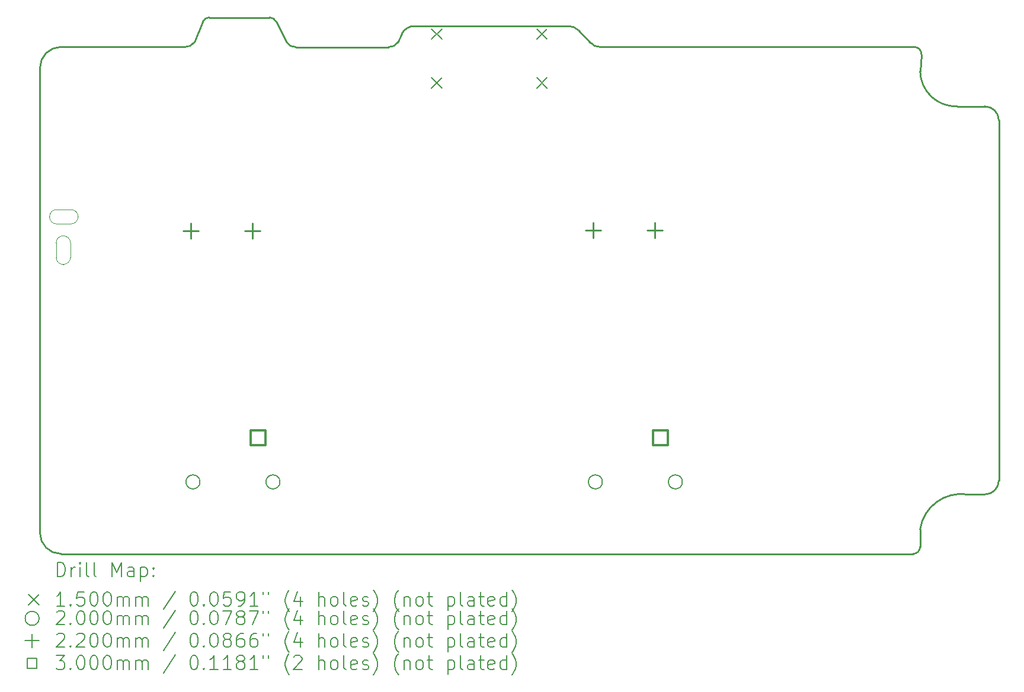
<source format=gbr>
%TF.GenerationSoftware,KiCad,Pcbnew,8.0.6*%
%TF.CreationDate,2024-11-06T00:44:51+01:00*%
%TF.ProjectId,spider2,73706964-6572-4322-9e6b-696361645f70,rev?*%
%TF.SameCoordinates,Original*%
%TF.FileFunction,Drillmap*%
%TF.FilePolarity,Positive*%
%FSLAX45Y45*%
G04 Gerber Fmt 4.5, Leading zero omitted, Abs format (unit mm)*
G04 Created by KiCad (PCBNEW 8.0.6) date 2024-11-06 00:44:51*
%MOMM*%
%LPD*%
G01*
G04 APERTURE LIST*
%ADD10C,0.254000*%
%ADD11C,0.100000*%
%ADD12C,0.200000*%
%ADD13C,0.150000*%
%ADD14C,0.220000*%
%ADD15C,0.300000*%
G04 APERTURE END LIST*
D10*
X18873422Y-2994112D02*
X18934801Y-2870849D01*
X26864460Y-3909160D02*
G75*
G02*
X26339460Y-3409160I-12500J512500D01*
G01*
X17135542Y-2691234D02*
X17293546Y-2994000D01*
X27264460Y-3909160D02*
G75*
G02*
X27464460Y-4109160I0J-200000D01*
G01*
X18873422Y-2994112D02*
G75*
G02*
X18747000Y-3061000I-119002J72002D01*
G01*
X17419967Y-3060888D02*
X18747000Y-3061000D01*
X26339460Y-10209160D02*
X26339460Y-9959160D01*
X26339460Y-10209160D02*
G75*
G02*
X26239460Y-10309160I-100000J0D01*
G01*
X16089480Y-2699368D02*
G75*
G02*
X16181924Y-2637504I92440J-38132D01*
G01*
X13764460Y-3359057D02*
G75*
G02*
X14064357Y-3059060I300000J-3D01*
G01*
D11*
X14309289Y-5485711D02*
X14309289Y-5490000D01*
X14309289Y-5490000D02*
G75*
G02*
X14209289Y-5589999I-99999J0D01*
G01*
D10*
X27014460Y-9459160D02*
X27264460Y-9459160D01*
X15968954Y-2991559D02*
G75*
G02*
X15842532Y-3058447I-118994J71989D01*
G01*
D11*
X13900711Y-5485711D02*
X13900711Y-5490000D01*
D10*
X15968954Y-2991559D02*
X16089480Y-2699368D01*
D11*
X14000711Y-5590000D02*
G75*
G02*
X13900710Y-5490000I-1J100000D01*
G01*
D10*
X26257080Y-3059142D02*
G75*
G02*
X26356803Y-3166267I-20J-99998D01*
G01*
X14064460Y-10309160D02*
X26239460Y-10309160D01*
X27464460Y-9259160D02*
X27464460Y-4109160D01*
D11*
X13900711Y-5485711D02*
G75*
G02*
X14000711Y-5385711I99999J1D01*
G01*
D10*
X17046889Y-2637500D02*
G75*
G02*
X17135544Y-2691234I2J-100000D01*
G01*
X14064460Y-10309160D02*
G75*
G02*
X13764460Y-10009160I0J300000D01*
G01*
X21757980Y-3058410D02*
G75*
G02*
X21629304Y-2995972I2610J169190D01*
G01*
D11*
X13995000Y-5860711D02*
G75*
G02*
X14095000Y-5760710I100000J1D01*
G01*
D10*
X14064357Y-3059057D02*
X15842532Y-3058447D01*
D11*
X13995000Y-6069289D02*
X13995000Y-5860711D01*
X14095000Y-6169289D02*
G75*
G02*
X13995000Y-6069289I0J100000D01*
G01*
D10*
X17419967Y-3060888D02*
G75*
G02*
X17293549Y-2993998I-7417J138888D01*
G01*
X26339460Y-9959160D02*
G75*
G02*
X27014460Y-9459160I587500J-87500D01*
G01*
D11*
X14099289Y-5760711D02*
X14095000Y-5760711D01*
D10*
X18934801Y-2870849D02*
G75*
G02*
X19113833Y-2760002I179029J-89151D01*
G01*
X21757980Y-3058410D02*
X26257080Y-3059142D01*
X16181924Y-2637500D02*
X17046889Y-2637500D01*
X13764460Y-3359057D02*
X13764460Y-10009160D01*
X21313610Y-2760000D02*
G75*
G02*
X21456288Y-2819846I0J-200000D01*
G01*
X19113833Y-2760000D02*
X21313610Y-2760000D01*
X26356809Y-3166267D02*
X26339460Y-3409160D01*
D11*
X14199289Y-6069289D02*
X14199289Y-5860711D01*
X14199289Y-6069289D02*
G75*
G02*
X14099289Y-6169289I-99999J-1D01*
G01*
X14209289Y-5590000D02*
X14000711Y-5590000D01*
X14099289Y-6169289D02*
X14095000Y-6169289D01*
X14209289Y-5385711D02*
X14000711Y-5385711D01*
X14209289Y-5385711D02*
G75*
G02*
X14309289Y-5485711I1J-99999D01*
G01*
D10*
X27464460Y-9259160D02*
G75*
G02*
X27264460Y-9459160I-200000J0D01*
G01*
X26864460Y-3909160D02*
X27264460Y-3909160D01*
D11*
X14099289Y-5760711D02*
G75*
G02*
X14199289Y-5860711I1J-99999D01*
G01*
D10*
X21456288Y-2819846D02*
X21629301Y-2995975D01*
D12*
D13*
X19360000Y-2800000D02*
X19510000Y-2950000D01*
X19510000Y-2800000D02*
X19360000Y-2950000D01*
X19360000Y-3500000D02*
X19510000Y-3650000D01*
X19510000Y-3500000D02*
X19360000Y-3650000D01*
X20860000Y-2800000D02*
X21010000Y-2950000D01*
X21010000Y-2800000D02*
X20860000Y-2950000D01*
X20860000Y-3500000D02*
X21010000Y-3650000D01*
X21010000Y-3500000D02*
X20860000Y-3650000D01*
D12*
X16050000Y-9280000D02*
G75*
G02*
X15850000Y-9280000I-100000J0D01*
G01*
X15850000Y-9280000D02*
G75*
G02*
X16050000Y-9280000I100000J0D01*
G01*
X17193000Y-9280000D02*
G75*
G02*
X16993000Y-9280000I-100000J0D01*
G01*
X16993000Y-9280000D02*
G75*
G02*
X17193000Y-9280000I100000J0D01*
G01*
X21800000Y-9280000D02*
G75*
G02*
X21600000Y-9280000I-100000J0D01*
G01*
X21600000Y-9280000D02*
G75*
G02*
X21800000Y-9280000I100000J0D01*
G01*
X22943000Y-9280000D02*
G75*
G02*
X22743000Y-9280000I-100000J0D01*
G01*
X22743000Y-9280000D02*
G75*
G02*
X22943000Y-9280000I100000J0D01*
G01*
D14*
X15920000Y-5580000D02*
X15920000Y-5800000D01*
X15810000Y-5690000D02*
X16030000Y-5690000D01*
X16800000Y-5580000D02*
X16800000Y-5800000D01*
X16690000Y-5690000D02*
X16910000Y-5690000D01*
X21665000Y-5570000D02*
X21665000Y-5790000D01*
X21555000Y-5680000D02*
X21775000Y-5680000D01*
X22545000Y-5570000D02*
X22545000Y-5790000D01*
X22435000Y-5680000D02*
X22655000Y-5680000D01*
D15*
X16986067Y-8751067D02*
X16986067Y-8538933D01*
X16773933Y-8538933D01*
X16773933Y-8751067D01*
X16986067Y-8751067D01*
X22736067Y-8751067D02*
X22736067Y-8538933D01*
X22523933Y-8538933D01*
X22523933Y-8751067D01*
X22736067Y-8751067D01*
D12*
X14012537Y-10633344D02*
X14012537Y-10433344D01*
X14012537Y-10433344D02*
X14060156Y-10433344D01*
X14060156Y-10433344D02*
X14088727Y-10442868D01*
X14088727Y-10442868D02*
X14107775Y-10461915D01*
X14107775Y-10461915D02*
X14117299Y-10480963D01*
X14117299Y-10480963D02*
X14126822Y-10519058D01*
X14126822Y-10519058D02*
X14126822Y-10547630D01*
X14126822Y-10547630D02*
X14117299Y-10585725D01*
X14117299Y-10585725D02*
X14107775Y-10604772D01*
X14107775Y-10604772D02*
X14088727Y-10623820D01*
X14088727Y-10623820D02*
X14060156Y-10633344D01*
X14060156Y-10633344D02*
X14012537Y-10633344D01*
X14212537Y-10633344D02*
X14212537Y-10500010D01*
X14212537Y-10538106D02*
X14222061Y-10519058D01*
X14222061Y-10519058D02*
X14231584Y-10509534D01*
X14231584Y-10509534D02*
X14250632Y-10500010D01*
X14250632Y-10500010D02*
X14269680Y-10500010D01*
X14336346Y-10633344D02*
X14336346Y-10500010D01*
X14336346Y-10433344D02*
X14326822Y-10442868D01*
X14326822Y-10442868D02*
X14336346Y-10452391D01*
X14336346Y-10452391D02*
X14345870Y-10442868D01*
X14345870Y-10442868D02*
X14336346Y-10433344D01*
X14336346Y-10433344D02*
X14336346Y-10452391D01*
X14460156Y-10633344D02*
X14441108Y-10623820D01*
X14441108Y-10623820D02*
X14431584Y-10604772D01*
X14431584Y-10604772D02*
X14431584Y-10433344D01*
X14564918Y-10633344D02*
X14545870Y-10623820D01*
X14545870Y-10623820D02*
X14536346Y-10604772D01*
X14536346Y-10604772D02*
X14536346Y-10433344D01*
X14793489Y-10633344D02*
X14793489Y-10433344D01*
X14793489Y-10433344D02*
X14860156Y-10576201D01*
X14860156Y-10576201D02*
X14926822Y-10433344D01*
X14926822Y-10433344D02*
X14926822Y-10633344D01*
X15107775Y-10633344D02*
X15107775Y-10528582D01*
X15107775Y-10528582D02*
X15098251Y-10509534D01*
X15098251Y-10509534D02*
X15079203Y-10500010D01*
X15079203Y-10500010D02*
X15041108Y-10500010D01*
X15041108Y-10500010D02*
X15022061Y-10509534D01*
X15107775Y-10623820D02*
X15088727Y-10633344D01*
X15088727Y-10633344D02*
X15041108Y-10633344D01*
X15041108Y-10633344D02*
X15022061Y-10623820D01*
X15022061Y-10623820D02*
X15012537Y-10604772D01*
X15012537Y-10604772D02*
X15012537Y-10585725D01*
X15012537Y-10585725D02*
X15022061Y-10566677D01*
X15022061Y-10566677D02*
X15041108Y-10557153D01*
X15041108Y-10557153D02*
X15088727Y-10557153D01*
X15088727Y-10557153D02*
X15107775Y-10547630D01*
X15203013Y-10500010D02*
X15203013Y-10700010D01*
X15203013Y-10509534D02*
X15222061Y-10500010D01*
X15222061Y-10500010D02*
X15260156Y-10500010D01*
X15260156Y-10500010D02*
X15279203Y-10509534D01*
X15279203Y-10509534D02*
X15288727Y-10519058D01*
X15288727Y-10519058D02*
X15298251Y-10538106D01*
X15298251Y-10538106D02*
X15298251Y-10595249D01*
X15298251Y-10595249D02*
X15288727Y-10614296D01*
X15288727Y-10614296D02*
X15279203Y-10623820D01*
X15279203Y-10623820D02*
X15260156Y-10633344D01*
X15260156Y-10633344D02*
X15222061Y-10633344D01*
X15222061Y-10633344D02*
X15203013Y-10623820D01*
X15383965Y-10614296D02*
X15393489Y-10623820D01*
X15393489Y-10623820D02*
X15383965Y-10633344D01*
X15383965Y-10633344D02*
X15374442Y-10623820D01*
X15374442Y-10623820D02*
X15383965Y-10614296D01*
X15383965Y-10614296D02*
X15383965Y-10633344D01*
X15383965Y-10509534D02*
X15393489Y-10519058D01*
X15393489Y-10519058D02*
X15383965Y-10528582D01*
X15383965Y-10528582D02*
X15374442Y-10519058D01*
X15374442Y-10519058D02*
X15383965Y-10509534D01*
X15383965Y-10509534D02*
X15383965Y-10528582D01*
D13*
X13601760Y-10886860D02*
X13751760Y-11036860D01*
X13751760Y-10886860D02*
X13601760Y-11036860D01*
D12*
X14117299Y-11053344D02*
X14003013Y-11053344D01*
X14060156Y-11053344D02*
X14060156Y-10853344D01*
X14060156Y-10853344D02*
X14041108Y-10881915D01*
X14041108Y-10881915D02*
X14022061Y-10900963D01*
X14022061Y-10900963D02*
X14003013Y-10910487D01*
X14203013Y-11034296D02*
X14212537Y-11043820D01*
X14212537Y-11043820D02*
X14203013Y-11053344D01*
X14203013Y-11053344D02*
X14193489Y-11043820D01*
X14193489Y-11043820D02*
X14203013Y-11034296D01*
X14203013Y-11034296D02*
X14203013Y-11053344D01*
X14393489Y-10853344D02*
X14298251Y-10853344D01*
X14298251Y-10853344D02*
X14288727Y-10948582D01*
X14288727Y-10948582D02*
X14298251Y-10939058D01*
X14298251Y-10939058D02*
X14317299Y-10929534D01*
X14317299Y-10929534D02*
X14364918Y-10929534D01*
X14364918Y-10929534D02*
X14383965Y-10939058D01*
X14383965Y-10939058D02*
X14393489Y-10948582D01*
X14393489Y-10948582D02*
X14403013Y-10967630D01*
X14403013Y-10967630D02*
X14403013Y-11015249D01*
X14403013Y-11015249D02*
X14393489Y-11034296D01*
X14393489Y-11034296D02*
X14383965Y-11043820D01*
X14383965Y-11043820D02*
X14364918Y-11053344D01*
X14364918Y-11053344D02*
X14317299Y-11053344D01*
X14317299Y-11053344D02*
X14298251Y-11043820D01*
X14298251Y-11043820D02*
X14288727Y-11034296D01*
X14526822Y-10853344D02*
X14545870Y-10853344D01*
X14545870Y-10853344D02*
X14564918Y-10862868D01*
X14564918Y-10862868D02*
X14574442Y-10872391D01*
X14574442Y-10872391D02*
X14583965Y-10891439D01*
X14583965Y-10891439D02*
X14593489Y-10929534D01*
X14593489Y-10929534D02*
X14593489Y-10977153D01*
X14593489Y-10977153D02*
X14583965Y-11015249D01*
X14583965Y-11015249D02*
X14574442Y-11034296D01*
X14574442Y-11034296D02*
X14564918Y-11043820D01*
X14564918Y-11043820D02*
X14545870Y-11053344D01*
X14545870Y-11053344D02*
X14526822Y-11053344D01*
X14526822Y-11053344D02*
X14507775Y-11043820D01*
X14507775Y-11043820D02*
X14498251Y-11034296D01*
X14498251Y-11034296D02*
X14488727Y-11015249D01*
X14488727Y-11015249D02*
X14479203Y-10977153D01*
X14479203Y-10977153D02*
X14479203Y-10929534D01*
X14479203Y-10929534D02*
X14488727Y-10891439D01*
X14488727Y-10891439D02*
X14498251Y-10872391D01*
X14498251Y-10872391D02*
X14507775Y-10862868D01*
X14507775Y-10862868D02*
X14526822Y-10853344D01*
X14717299Y-10853344D02*
X14736346Y-10853344D01*
X14736346Y-10853344D02*
X14755394Y-10862868D01*
X14755394Y-10862868D02*
X14764918Y-10872391D01*
X14764918Y-10872391D02*
X14774442Y-10891439D01*
X14774442Y-10891439D02*
X14783965Y-10929534D01*
X14783965Y-10929534D02*
X14783965Y-10977153D01*
X14783965Y-10977153D02*
X14774442Y-11015249D01*
X14774442Y-11015249D02*
X14764918Y-11034296D01*
X14764918Y-11034296D02*
X14755394Y-11043820D01*
X14755394Y-11043820D02*
X14736346Y-11053344D01*
X14736346Y-11053344D02*
X14717299Y-11053344D01*
X14717299Y-11053344D02*
X14698251Y-11043820D01*
X14698251Y-11043820D02*
X14688727Y-11034296D01*
X14688727Y-11034296D02*
X14679203Y-11015249D01*
X14679203Y-11015249D02*
X14669680Y-10977153D01*
X14669680Y-10977153D02*
X14669680Y-10929534D01*
X14669680Y-10929534D02*
X14679203Y-10891439D01*
X14679203Y-10891439D02*
X14688727Y-10872391D01*
X14688727Y-10872391D02*
X14698251Y-10862868D01*
X14698251Y-10862868D02*
X14717299Y-10853344D01*
X14869680Y-11053344D02*
X14869680Y-10920010D01*
X14869680Y-10939058D02*
X14879203Y-10929534D01*
X14879203Y-10929534D02*
X14898251Y-10920010D01*
X14898251Y-10920010D02*
X14926823Y-10920010D01*
X14926823Y-10920010D02*
X14945870Y-10929534D01*
X14945870Y-10929534D02*
X14955394Y-10948582D01*
X14955394Y-10948582D02*
X14955394Y-11053344D01*
X14955394Y-10948582D02*
X14964918Y-10929534D01*
X14964918Y-10929534D02*
X14983965Y-10920010D01*
X14983965Y-10920010D02*
X15012537Y-10920010D01*
X15012537Y-10920010D02*
X15031584Y-10929534D01*
X15031584Y-10929534D02*
X15041108Y-10948582D01*
X15041108Y-10948582D02*
X15041108Y-11053344D01*
X15136346Y-11053344D02*
X15136346Y-10920010D01*
X15136346Y-10939058D02*
X15145870Y-10929534D01*
X15145870Y-10929534D02*
X15164918Y-10920010D01*
X15164918Y-10920010D02*
X15193489Y-10920010D01*
X15193489Y-10920010D02*
X15212537Y-10929534D01*
X15212537Y-10929534D02*
X15222061Y-10948582D01*
X15222061Y-10948582D02*
X15222061Y-11053344D01*
X15222061Y-10948582D02*
X15231584Y-10929534D01*
X15231584Y-10929534D02*
X15250632Y-10920010D01*
X15250632Y-10920010D02*
X15279203Y-10920010D01*
X15279203Y-10920010D02*
X15298251Y-10929534D01*
X15298251Y-10929534D02*
X15307775Y-10948582D01*
X15307775Y-10948582D02*
X15307775Y-11053344D01*
X15698251Y-10843820D02*
X15526823Y-11100963D01*
X15955394Y-10853344D02*
X15974442Y-10853344D01*
X15974442Y-10853344D02*
X15993489Y-10862868D01*
X15993489Y-10862868D02*
X16003013Y-10872391D01*
X16003013Y-10872391D02*
X16012537Y-10891439D01*
X16012537Y-10891439D02*
X16022061Y-10929534D01*
X16022061Y-10929534D02*
X16022061Y-10977153D01*
X16022061Y-10977153D02*
X16012537Y-11015249D01*
X16012537Y-11015249D02*
X16003013Y-11034296D01*
X16003013Y-11034296D02*
X15993489Y-11043820D01*
X15993489Y-11043820D02*
X15974442Y-11053344D01*
X15974442Y-11053344D02*
X15955394Y-11053344D01*
X15955394Y-11053344D02*
X15936346Y-11043820D01*
X15936346Y-11043820D02*
X15926823Y-11034296D01*
X15926823Y-11034296D02*
X15917299Y-11015249D01*
X15917299Y-11015249D02*
X15907775Y-10977153D01*
X15907775Y-10977153D02*
X15907775Y-10929534D01*
X15907775Y-10929534D02*
X15917299Y-10891439D01*
X15917299Y-10891439D02*
X15926823Y-10872391D01*
X15926823Y-10872391D02*
X15936346Y-10862868D01*
X15936346Y-10862868D02*
X15955394Y-10853344D01*
X16107775Y-11034296D02*
X16117299Y-11043820D01*
X16117299Y-11043820D02*
X16107775Y-11053344D01*
X16107775Y-11053344D02*
X16098251Y-11043820D01*
X16098251Y-11043820D02*
X16107775Y-11034296D01*
X16107775Y-11034296D02*
X16107775Y-11053344D01*
X16241108Y-10853344D02*
X16260156Y-10853344D01*
X16260156Y-10853344D02*
X16279204Y-10862868D01*
X16279204Y-10862868D02*
X16288727Y-10872391D01*
X16288727Y-10872391D02*
X16298251Y-10891439D01*
X16298251Y-10891439D02*
X16307775Y-10929534D01*
X16307775Y-10929534D02*
X16307775Y-10977153D01*
X16307775Y-10977153D02*
X16298251Y-11015249D01*
X16298251Y-11015249D02*
X16288727Y-11034296D01*
X16288727Y-11034296D02*
X16279204Y-11043820D01*
X16279204Y-11043820D02*
X16260156Y-11053344D01*
X16260156Y-11053344D02*
X16241108Y-11053344D01*
X16241108Y-11053344D02*
X16222061Y-11043820D01*
X16222061Y-11043820D02*
X16212537Y-11034296D01*
X16212537Y-11034296D02*
X16203013Y-11015249D01*
X16203013Y-11015249D02*
X16193489Y-10977153D01*
X16193489Y-10977153D02*
X16193489Y-10929534D01*
X16193489Y-10929534D02*
X16203013Y-10891439D01*
X16203013Y-10891439D02*
X16212537Y-10872391D01*
X16212537Y-10872391D02*
X16222061Y-10862868D01*
X16222061Y-10862868D02*
X16241108Y-10853344D01*
X16488727Y-10853344D02*
X16393489Y-10853344D01*
X16393489Y-10853344D02*
X16383966Y-10948582D01*
X16383966Y-10948582D02*
X16393489Y-10939058D01*
X16393489Y-10939058D02*
X16412537Y-10929534D01*
X16412537Y-10929534D02*
X16460156Y-10929534D01*
X16460156Y-10929534D02*
X16479204Y-10939058D01*
X16479204Y-10939058D02*
X16488727Y-10948582D01*
X16488727Y-10948582D02*
X16498251Y-10967630D01*
X16498251Y-10967630D02*
X16498251Y-11015249D01*
X16498251Y-11015249D02*
X16488727Y-11034296D01*
X16488727Y-11034296D02*
X16479204Y-11043820D01*
X16479204Y-11043820D02*
X16460156Y-11053344D01*
X16460156Y-11053344D02*
X16412537Y-11053344D01*
X16412537Y-11053344D02*
X16393489Y-11043820D01*
X16393489Y-11043820D02*
X16383966Y-11034296D01*
X16593489Y-11053344D02*
X16631585Y-11053344D01*
X16631585Y-11053344D02*
X16650632Y-11043820D01*
X16650632Y-11043820D02*
X16660156Y-11034296D01*
X16660156Y-11034296D02*
X16679204Y-11005725D01*
X16679204Y-11005725D02*
X16688727Y-10967630D01*
X16688727Y-10967630D02*
X16688727Y-10891439D01*
X16688727Y-10891439D02*
X16679204Y-10872391D01*
X16679204Y-10872391D02*
X16669680Y-10862868D01*
X16669680Y-10862868D02*
X16650632Y-10853344D01*
X16650632Y-10853344D02*
X16612537Y-10853344D01*
X16612537Y-10853344D02*
X16593489Y-10862868D01*
X16593489Y-10862868D02*
X16583966Y-10872391D01*
X16583966Y-10872391D02*
X16574442Y-10891439D01*
X16574442Y-10891439D02*
X16574442Y-10939058D01*
X16574442Y-10939058D02*
X16583966Y-10958106D01*
X16583966Y-10958106D02*
X16593489Y-10967630D01*
X16593489Y-10967630D02*
X16612537Y-10977153D01*
X16612537Y-10977153D02*
X16650632Y-10977153D01*
X16650632Y-10977153D02*
X16669680Y-10967630D01*
X16669680Y-10967630D02*
X16679204Y-10958106D01*
X16679204Y-10958106D02*
X16688727Y-10939058D01*
X16879204Y-11053344D02*
X16764918Y-11053344D01*
X16822061Y-11053344D02*
X16822061Y-10853344D01*
X16822061Y-10853344D02*
X16803013Y-10881915D01*
X16803013Y-10881915D02*
X16783966Y-10900963D01*
X16783966Y-10900963D02*
X16764918Y-10910487D01*
X16955394Y-10853344D02*
X16955394Y-10891439D01*
X17031585Y-10853344D02*
X17031585Y-10891439D01*
X17326823Y-11129534D02*
X17317299Y-11120010D01*
X17317299Y-11120010D02*
X17298251Y-11091439D01*
X17298251Y-11091439D02*
X17288728Y-11072391D01*
X17288728Y-11072391D02*
X17279204Y-11043820D01*
X17279204Y-11043820D02*
X17269680Y-10996201D01*
X17269680Y-10996201D02*
X17269680Y-10958106D01*
X17269680Y-10958106D02*
X17279204Y-10910487D01*
X17279204Y-10910487D02*
X17288728Y-10881915D01*
X17288728Y-10881915D02*
X17298251Y-10862868D01*
X17298251Y-10862868D02*
X17317299Y-10834296D01*
X17317299Y-10834296D02*
X17326823Y-10824772D01*
X17488728Y-10920010D02*
X17488728Y-11053344D01*
X17441109Y-10843820D02*
X17393490Y-10986677D01*
X17393490Y-10986677D02*
X17517299Y-10986677D01*
X17745871Y-11053344D02*
X17745871Y-10853344D01*
X17831585Y-11053344D02*
X17831585Y-10948582D01*
X17831585Y-10948582D02*
X17822061Y-10929534D01*
X17822061Y-10929534D02*
X17803013Y-10920010D01*
X17803013Y-10920010D02*
X17774442Y-10920010D01*
X17774442Y-10920010D02*
X17755394Y-10929534D01*
X17755394Y-10929534D02*
X17745871Y-10939058D01*
X17955394Y-11053344D02*
X17936347Y-11043820D01*
X17936347Y-11043820D02*
X17926823Y-11034296D01*
X17926823Y-11034296D02*
X17917299Y-11015249D01*
X17917299Y-11015249D02*
X17917299Y-10958106D01*
X17917299Y-10958106D02*
X17926823Y-10939058D01*
X17926823Y-10939058D02*
X17936347Y-10929534D01*
X17936347Y-10929534D02*
X17955394Y-10920010D01*
X17955394Y-10920010D02*
X17983966Y-10920010D01*
X17983966Y-10920010D02*
X18003013Y-10929534D01*
X18003013Y-10929534D02*
X18012537Y-10939058D01*
X18012537Y-10939058D02*
X18022061Y-10958106D01*
X18022061Y-10958106D02*
X18022061Y-11015249D01*
X18022061Y-11015249D02*
X18012537Y-11034296D01*
X18012537Y-11034296D02*
X18003013Y-11043820D01*
X18003013Y-11043820D02*
X17983966Y-11053344D01*
X17983966Y-11053344D02*
X17955394Y-11053344D01*
X18136347Y-11053344D02*
X18117299Y-11043820D01*
X18117299Y-11043820D02*
X18107775Y-11024772D01*
X18107775Y-11024772D02*
X18107775Y-10853344D01*
X18288728Y-11043820D02*
X18269680Y-11053344D01*
X18269680Y-11053344D02*
X18231585Y-11053344D01*
X18231585Y-11053344D02*
X18212537Y-11043820D01*
X18212537Y-11043820D02*
X18203013Y-11024772D01*
X18203013Y-11024772D02*
X18203013Y-10948582D01*
X18203013Y-10948582D02*
X18212537Y-10929534D01*
X18212537Y-10929534D02*
X18231585Y-10920010D01*
X18231585Y-10920010D02*
X18269680Y-10920010D01*
X18269680Y-10920010D02*
X18288728Y-10929534D01*
X18288728Y-10929534D02*
X18298252Y-10948582D01*
X18298252Y-10948582D02*
X18298252Y-10967630D01*
X18298252Y-10967630D02*
X18203013Y-10986677D01*
X18374442Y-11043820D02*
X18393490Y-11053344D01*
X18393490Y-11053344D02*
X18431585Y-11053344D01*
X18431585Y-11053344D02*
X18450633Y-11043820D01*
X18450633Y-11043820D02*
X18460156Y-11024772D01*
X18460156Y-11024772D02*
X18460156Y-11015249D01*
X18460156Y-11015249D02*
X18450633Y-10996201D01*
X18450633Y-10996201D02*
X18431585Y-10986677D01*
X18431585Y-10986677D02*
X18403013Y-10986677D01*
X18403013Y-10986677D02*
X18383966Y-10977153D01*
X18383966Y-10977153D02*
X18374442Y-10958106D01*
X18374442Y-10958106D02*
X18374442Y-10948582D01*
X18374442Y-10948582D02*
X18383966Y-10929534D01*
X18383966Y-10929534D02*
X18403013Y-10920010D01*
X18403013Y-10920010D02*
X18431585Y-10920010D01*
X18431585Y-10920010D02*
X18450633Y-10929534D01*
X18526823Y-11129534D02*
X18536347Y-11120010D01*
X18536347Y-11120010D02*
X18555394Y-11091439D01*
X18555394Y-11091439D02*
X18564918Y-11072391D01*
X18564918Y-11072391D02*
X18574442Y-11043820D01*
X18574442Y-11043820D02*
X18583966Y-10996201D01*
X18583966Y-10996201D02*
X18583966Y-10958106D01*
X18583966Y-10958106D02*
X18574442Y-10910487D01*
X18574442Y-10910487D02*
X18564918Y-10881915D01*
X18564918Y-10881915D02*
X18555394Y-10862868D01*
X18555394Y-10862868D02*
X18536347Y-10834296D01*
X18536347Y-10834296D02*
X18526823Y-10824772D01*
X18888728Y-11129534D02*
X18879204Y-11120010D01*
X18879204Y-11120010D02*
X18860156Y-11091439D01*
X18860156Y-11091439D02*
X18850633Y-11072391D01*
X18850633Y-11072391D02*
X18841109Y-11043820D01*
X18841109Y-11043820D02*
X18831585Y-10996201D01*
X18831585Y-10996201D02*
X18831585Y-10958106D01*
X18831585Y-10958106D02*
X18841109Y-10910487D01*
X18841109Y-10910487D02*
X18850633Y-10881915D01*
X18850633Y-10881915D02*
X18860156Y-10862868D01*
X18860156Y-10862868D02*
X18879204Y-10834296D01*
X18879204Y-10834296D02*
X18888728Y-10824772D01*
X18964918Y-10920010D02*
X18964918Y-11053344D01*
X18964918Y-10939058D02*
X18974442Y-10929534D01*
X18974442Y-10929534D02*
X18993490Y-10920010D01*
X18993490Y-10920010D02*
X19022061Y-10920010D01*
X19022061Y-10920010D02*
X19041109Y-10929534D01*
X19041109Y-10929534D02*
X19050633Y-10948582D01*
X19050633Y-10948582D02*
X19050633Y-11053344D01*
X19174442Y-11053344D02*
X19155394Y-11043820D01*
X19155394Y-11043820D02*
X19145871Y-11034296D01*
X19145871Y-11034296D02*
X19136347Y-11015249D01*
X19136347Y-11015249D02*
X19136347Y-10958106D01*
X19136347Y-10958106D02*
X19145871Y-10939058D01*
X19145871Y-10939058D02*
X19155394Y-10929534D01*
X19155394Y-10929534D02*
X19174442Y-10920010D01*
X19174442Y-10920010D02*
X19203014Y-10920010D01*
X19203014Y-10920010D02*
X19222061Y-10929534D01*
X19222061Y-10929534D02*
X19231585Y-10939058D01*
X19231585Y-10939058D02*
X19241109Y-10958106D01*
X19241109Y-10958106D02*
X19241109Y-11015249D01*
X19241109Y-11015249D02*
X19231585Y-11034296D01*
X19231585Y-11034296D02*
X19222061Y-11043820D01*
X19222061Y-11043820D02*
X19203014Y-11053344D01*
X19203014Y-11053344D02*
X19174442Y-11053344D01*
X19298252Y-10920010D02*
X19374442Y-10920010D01*
X19326823Y-10853344D02*
X19326823Y-11024772D01*
X19326823Y-11024772D02*
X19336347Y-11043820D01*
X19336347Y-11043820D02*
X19355394Y-11053344D01*
X19355394Y-11053344D02*
X19374442Y-11053344D01*
X19593490Y-10920010D02*
X19593490Y-11120010D01*
X19593490Y-10929534D02*
X19612537Y-10920010D01*
X19612537Y-10920010D02*
X19650633Y-10920010D01*
X19650633Y-10920010D02*
X19669680Y-10929534D01*
X19669680Y-10929534D02*
X19679204Y-10939058D01*
X19679204Y-10939058D02*
X19688728Y-10958106D01*
X19688728Y-10958106D02*
X19688728Y-11015249D01*
X19688728Y-11015249D02*
X19679204Y-11034296D01*
X19679204Y-11034296D02*
X19669680Y-11043820D01*
X19669680Y-11043820D02*
X19650633Y-11053344D01*
X19650633Y-11053344D02*
X19612537Y-11053344D01*
X19612537Y-11053344D02*
X19593490Y-11043820D01*
X19803014Y-11053344D02*
X19783966Y-11043820D01*
X19783966Y-11043820D02*
X19774442Y-11024772D01*
X19774442Y-11024772D02*
X19774442Y-10853344D01*
X19964918Y-11053344D02*
X19964918Y-10948582D01*
X19964918Y-10948582D02*
X19955395Y-10929534D01*
X19955395Y-10929534D02*
X19936347Y-10920010D01*
X19936347Y-10920010D02*
X19898252Y-10920010D01*
X19898252Y-10920010D02*
X19879204Y-10929534D01*
X19964918Y-11043820D02*
X19945871Y-11053344D01*
X19945871Y-11053344D02*
X19898252Y-11053344D01*
X19898252Y-11053344D02*
X19879204Y-11043820D01*
X19879204Y-11043820D02*
X19869680Y-11024772D01*
X19869680Y-11024772D02*
X19869680Y-11005725D01*
X19869680Y-11005725D02*
X19879204Y-10986677D01*
X19879204Y-10986677D02*
X19898252Y-10977153D01*
X19898252Y-10977153D02*
X19945871Y-10977153D01*
X19945871Y-10977153D02*
X19964918Y-10967630D01*
X20031585Y-10920010D02*
X20107775Y-10920010D01*
X20060156Y-10853344D02*
X20060156Y-11024772D01*
X20060156Y-11024772D02*
X20069680Y-11043820D01*
X20069680Y-11043820D02*
X20088728Y-11053344D01*
X20088728Y-11053344D02*
X20107775Y-11053344D01*
X20250633Y-11043820D02*
X20231585Y-11053344D01*
X20231585Y-11053344D02*
X20193490Y-11053344D01*
X20193490Y-11053344D02*
X20174442Y-11043820D01*
X20174442Y-11043820D02*
X20164918Y-11024772D01*
X20164918Y-11024772D02*
X20164918Y-10948582D01*
X20164918Y-10948582D02*
X20174442Y-10929534D01*
X20174442Y-10929534D02*
X20193490Y-10920010D01*
X20193490Y-10920010D02*
X20231585Y-10920010D01*
X20231585Y-10920010D02*
X20250633Y-10929534D01*
X20250633Y-10929534D02*
X20260156Y-10948582D01*
X20260156Y-10948582D02*
X20260156Y-10967630D01*
X20260156Y-10967630D02*
X20164918Y-10986677D01*
X20431585Y-11053344D02*
X20431585Y-10853344D01*
X20431585Y-11043820D02*
X20412537Y-11053344D01*
X20412537Y-11053344D02*
X20374442Y-11053344D01*
X20374442Y-11053344D02*
X20355395Y-11043820D01*
X20355395Y-11043820D02*
X20345871Y-11034296D01*
X20345871Y-11034296D02*
X20336347Y-11015249D01*
X20336347Y-11015249D02*
X20336347Y-10958106D01*
X20336347Y-10958106D02*
X20345871Y-10939058D01*
X20345871Y-10939058D02*
X20355395Y-10929534D01*
X20355395Y-10929534D02*
X20374442Y-10920010D01*
X20374442Y-10920010D02*
X20412537Y-10920010D01*
X20412537Y-10920010D02*
X20431585Y-10929534D01*
X20507776Y-11129534D02*
X20517299Y-11120010D01*
X20517299Y-11120010D02*
X20536347Y-11091439D01*
X20536347Y-11091439D02*
X20545871Y-11072391D01*
X20545871Y-11072391D02*
X20555395Y-11043820D01*
X20555395Y-11043820D02*
X20564918Y-10996201D01*
X20564918Y-10996201D02*
X20564918Y-10958106D01*
X20564918Y-10958106D02*
X20555395Y-10910487D01*
X20555395Y-10910487D02*
X20545871Y-10881915D01*
X20545871Y-10881915D02*
X20536347Y-10862868D01*
X20536347Y-10862868D02*
X20517299Y-10834296D01*
X20517299Y-10834296D02*
X20507776Y-10824772D01*
X13751760Y-11231860D02*
G75*
G02*
X13551760Y-11231860I-100000J0D01*
G01*
X13551760Y-11231860D02*
G75*
G02*
X13751760Y-11231860I100000J0D01*
G01*
X14003013Y-11142391D02*
X14012537Y-11132868D01*
X14012537Y-11132868D02*
X14031584Y-11123344D01*
X14031584Y-11123344D02*
X14079203Y-11123344D01*
X14079203Y-11123344D02*
X14098251Y-11132868D01*
X14098251Y-11132868D02*
X14107775Y-11142391D01*
X14107775Y-11142391D02*
X14117299Y-11161439D01*
X14117299Y-11161439D02*
X14117299Y-11180487D01*
X14117299Y-11180487D02*
X14107775Y-11209058D01*
X14107775Y-11209058D02*
X13993489Y-11323344D01*
X13993489Y-11323344D02*
X14117299Y-11323344D01*
X14203013Y-11304296D02*
X14212537Y-11313820D01*
X14212537Y-11313820D02*
X14203013Y-11323344D01*
X14203013Y-11323344D02*
X14193489Y-11313820D01*
X14193489Y-11313820D02*
X14203013Y-11304296D01*
X14203013Y-11304296D02*
X14203013Y-11323344D01*
X14336346Y-11123344D02*
X14355394Y-11123344D01*
X14355394Y-11123344D02*
X14374442Y-11132868D01*
X14374442Y-11132868D02*
X14383965Y-11142391D01*
X14383965Y-11142391D02*
X14393489Y-11161439D01*
X14393489Y-11161439D02*
X14403013Y-11199534D01*
X14403013Y-11199534D02*
X14403013Y-11247153D01*
X14403013Y-11247153D02*
X14393489Y-11285248D01*
X14393489Y-11285248D02*
X14383965Y-11304296D01*
X14383965Y-11304296D02*
X14374442Y-11313820D01*
X14374442Y-11313820D02*
X14355394Y-11323344D01*
X14355394Y-11323344D02*
X14336346Y-11323344D01*
X14336346Y-11323344D02*
X14317299Y-11313820D01*
X14317299Y-11313820D02*
X14307775Y-11304296D01*
X14307775Y-11304296D02*
X14298251Y-11285248D01*
X14298251Y-11285248D02*
X14288727Y-11247153D01*
X14288727Y-11247153D02*
X14288727Y-11199534D01*
X14288727Y-11199534D02*
X14298251Y-11161439D01*
X14298251Y-11161439D02*
X14307775Y-11142391D01*
X14307775Y-11142391D02*
X14317299Y-11132868D01*
X14317299Y-11132868D02*
X14336346Y-11123344D01*
X14526822Y-11123344D02*
X14545870Y-11123344D01*
X14545870Y-11123344D02*
X14564918Y-11132868D01*
X14564918Y-11132868D02*
X14574442Y-11142391D01*
X14574442Y-11142391D02*
X14583965Y-11161439D01*
X14583965Y-11161439D02*
X14593489Y-11199534D01*
X14593489Y-11199534D02*
X14593489Y-11247153D01*
X14593489Y-11247153D02*
X14583965Y-11285248D01*
X14583965Y-11285248D02*
X14574442Y-11304296D01*
X14574442Y-11304296D02*
X14564918Y-11313820D01*
X14564918Y-11313820D02*
X14545870Y-11323344D01*
X14545870Y-11323344D02*
X14526822Y-11323344D01*
X14526822Y-11323344D02*
X14507775Y-11313820D01*
X14507775Y-11313820D02*
X14498251Y-11304296D01*
X14498251Y-11304296D02*
X14488727Y-11285248D01*
X14488727Y-11285248D02*
X14479203Y-11247153D01*
X14479203Y-11247153D02*
X14479203Y-11199534D01*
X14479203Y-11199534D02*
X14488727Y-11161439D01*
X14488727Y-11161439D02*
X14498251Y-11142391D01*
X14498251Y-11142391D02*
X14507775Y-11132868D01*
X14507775Y-11132868D02*
X14526822Y-11123344D01*
X14717299Y-11123344D02*
X14736346Y-11123344D01*
X14736346Y-11123344D02*
X14755394Y-11132868D01*
X14755394Y-11132868D02*
X14764918Y-11142391D01*
X14764918Y-11142391D02*
X14774442Y-11161439D01*
X14774442Y-11161439D02*
X14783965Y-11199534D01*
X14783965Y-11199534D02*
X14783965Y-11247153D01*
X14783965Y-11247153D02*
X14774442Y-11285248D01*
X14774442Y-11285248D02*
X14764918Y-11304296D01*
X14764918Y-11304296D02*
X14755394Y-11313820D01*
X14755394Y-11313820D02*
X14736346Y-11323344D01*
X14736346Y-11323344D02*
X14717299Y-11323344D01*
X14717299Y-11323344D02*
X14698251Y-11313820D01*
X14698251Y-11313820D02*
X14688727Y-11304296D01*
X14688727Y-11304296D02*
X14679203Y-11285248D01*
X14679203Y-11285248D02*
X14669680Y-11247153D01*
X14669680Y-11247153D02*
X14669680Y-11199534D01*
X14669680Y-11199534D02*
X14679203Y-11161439D01*
X14679203Y-11161439D02*
X14688727Y-11142391D01*
X14688727Y-11142391D02*
X14698251Y-11132868D01*
X14698251Y-11132868D02*
X14717299Y-11123344D01*
X14869680Y-11323344D02*
X14869680Y-11190010D01*
X14869680Y-11209058D02*
X14879203Y-11199534D01*
X14879203Y-11199534D02*
X14898251Y-11190010D01*
X14898251Y-11190010D02*
X14926823Y-11190010D01*
X14926823Y-11190010D02*
X14945870Y-11199534D01*
X14945870Y-11199534D02*
X14955394Y-11218582D01*
X14955394Y-11218582D02*
X14955394Y-11323344D01*
X14955394Y-11218582D02*
X14964918Y-11199534D01*
X14964918Y-11199534D02*
X14983965Y-11190010D01*
X14983965Y-11190010D02*
X15012537Y-11190010D01*
X15012537Y-11190010D02*
X15031584Y-11199534D01*
X15031584Y-11199534D02*
X15041108Y-11218582D01*
X15041108Y-11218582D02*
X15041108Y-11323344D01*
X15136346Y-11323344D02*
X15136346Y-11190010D01*
X15136346Y-11209058D02*
X15145870Y-11199534D01*
X15145870Y-11199534D02*
X15164918Y-11190010D01*
X15164918Y-11190010D02*
X15193489Y-11190010D01*
X15193489Y-11190010D02*
X15212537Y-11199534D01*
X15212537Y-11199534D02*
X15222061Y-11218582D01*
X15222061Y-11218582D02*
X15222061Y-11323344D01*
X15222061Y-11218582D02*
X15231584Y-11199534D01*
X15231584Y-11199534D02*
X15250632Y-11190010D01*
X15250632Y-11190010D02*
X15279203Y-11190010D01*
X15279203Y-11190010D02*
X15298251Y-11199534D01*
X15298251Y-11199534D02*
X15307775Y-11218582D01*
X15307775Y-11218582D02*
X15307775Y-11323344D01*
X15698251Y-11113820D02*
X15526823Y-11370963D01*
X15955394Y-11123344D02*
X15974442Y-11123344D01*
X15974442Y-11123344D02*
X15993489Y-11132868D01*
X15993489Y-11132868D02*
X16003013Y-11142391D01*
X16003013Y-11142391D02*
X16012537Y-11161439D01*
X16012537Y-11161439D02*
X16022061Y-11199534D01*
X16022061Y-11199534D02*
X16022061Y-11247153D01*
X16022061Y-11247153D02*
X16012537Y-11285248D01*
X16012537Y-11285248D02*
X16003013Y-11304296D01*
X16003013Y-11304296D02*
X15993489Y-11313820D01*
X15993489Y-11313820D02*
X15974442Y-11323344D01*
X15974442Y-11323344D02*
X15955394Y-11323344D01*
X15955394Y-11323344D02*
X15936346Y-11313820D01*
X15936346Y-11313820D02*
X15926823Y-11304296D01*
X15926823Y-11304296D02*
X15917299Y-11285248D01*
X15917299Y-11285248D02*
X15907775Y-11247153D01*
X15907775Y-11247153D02*
X15907775Y-11199534D01*
X15907775Y-11199534D02*
X15917299Y-11161439D01*
X15917299Y-11161439D02*
X15926823Y-11142391D01*
X15926823Y-11142391D02*
X15936346Y-11132868D01*
X15936346Y-11132868D02*
X15955394Y-11123344D01*
X16107775Y-11304296D02*
X16117299Y-11313820D01*
X16117299Y-11313820D02*
X16107775Y-11323344D01*
X16107775Y-11323344D02*
X16098251Y-11313820D01*
X16098251Y-11313820D02*
X16107775Y-11304296D01*
X16107775Y-11304296D02*
X16107775Y-11323344D01*
X16241108Y-11123344D02*
X16260156Y-11123344D01*
X16260156Y-11123344D02*
X16279204Y-11132868D01*
X16279204Y-11132868D02*
X16288727Y-11142391D01*
X16288727Y-11142391D02*
X16298251Y-11161439D01*
X16298251Y-11161439D02*
X16307775Y-11199534D01*
X16307775Y-11199534D02*
X16307775Y-11247153D01*
X16307775Y-11247153D02*
X16298251Y-11285248D01*
X16298251Y-11285248D02*
X16288727Y-11304296D01*
X16288727Y-11304296D02*
X16279204Y-11313820D01*
X16279204Y-11313820D02*
X16260156Y-11323344D01*
X16260156Y-11323344D02*
X16241108Y-11323344D01*
X16241108Y-11323344D02*
X16222061Y-11313820D01*
X16222061Y-11313820D02*
X16212537Y-11304296D01*
X16212537Y-11304296D02*
X16203013Y-11285248D01*
X16203013Y-11285248D02*
X16193489Y-11247153D01*
X16193489Y-11247153D02*
X16193489Y-11199534D01*
X16193489Y-11199534D02*
X16203013Y-11161439D01*
X16203013Y-11161439D02*
X16212537Y-11142391D01*
X16212537Y-11142391D02*
X16222061Y-11132868D01*
X16222061Y-11132868D02*
X16241108Y-11123344D01*
X16374442Y-11123344D02*
X16507775Y-11123344D01*
X16507775Y-11123344D02*
X16422061Y-11323344D01*
X16612537Y-11209058D02*
X16593489Y-11199534D01*
X16593489Y-11199534D02*
X16583966Y-11190010D01*
X16583966Y-11190010D02*
X16574442Y-11170963D01*
X16574442Y-11170963D02*
X16574442Y-11161439D01*
X16574442Y-11161439D02*
X16583966Y-11142391D01*
X16583966Y-11142391D02*
X16593489Y-11132868D01*
X16593489Y-11132868D02*
X16612537Y-11123344D01*
X16612537Y-11123344D02*
X16650632Y-11123344D01*
X16650632Y-11123344D02*
X16669680Y-11132868D01*
X16669680Y-11132868D02*
X16679204Y-11142391D01*
X16679204Y-11142391D02*
X16688727Y-11161439D01*
X16688727Y-11161439D02*
X16688727Y-11170963D01*
X16688727Y-11170963D02*
X16679204Y-11190010D01*
X16679204Y-11190010D02*
X16669680Y-11199534D01*
X16669680Y-11199534D02*
X16650632Y-11209058D01*
X16650632Y-11209058D02*
X16612537Y-11209058D01*
X16612537Y-11209058D02*
X16593489Y-11218582D01*
X16593489Y-11218582D02*
X16583966Y-11228106D01*
X16583966Y-11228106D02*
X16574442Y-11247153D01*
X16574442Y-11247153D02*
X16574442Y-11285248D01*
X16574442Y-11285248D02*
X16583966Y-11304296D01*
X16583966Y-11304296D02*
X16593489Y-11313820D01*
X16593489Y-11313820D02*
X16612537Y-11323344D01*
X16612537Y-11323344D02*
X16650632Y-11323344D01*
X16650632Y-11323344D02*
X16669680Y-11313820D01*
X16669680Y-11313820D02*
X16679204Y-11304296D01*
X16679204Y-11304296D02*
X16688727Y-11285248D01*
X16688727Y-11285248D02*
X16688727Y-11247153D01*
X16688727Y-11247153D02*
X16679204Y-11228106D01*
X16679204Y-11228106D02*
X16669680Y-11218582D01*
X16669680Y-11218582D02*
X16650632Y-11209058D01*
X16755394Y-11123344D02*
X16888728Y-11123344D01*
X16888728Y-11123344D02*
X16803013Y-11323344D01*
X16955394Y-11123344D02*
X16955394Y-11161439D01*
X17031585Y-11123344D02*
X17031585Y-11161439D01*
X17326823Y-11399534D02*
X17317299Y-11390010D01*
X17317299Y-11390010D02*
X17298251Y-11361439D01*
X17298251Y-11361439D02*
X17288728Y-11342391D01*
X17288728Y-11342391D02*
X17279204Y-11313820D01*
X17279204Y-11313820D02*
X17269680Y-11266201D01*
X17269680Y-11266201D02*
X17269680Y-11228106D01*
X17269680Y-11228106D02*
X17279204Y-11180487D01*
X17279204Y-11180487D02*
X17288728Y-11151915D01*
X17288728Y-11151915D02*
X17298251Y-11132868D01*
X17298251Y-11132868D02*
X17317299Y-11104296D01*
X17317299Y-11104296D02*
X17326823Y-11094772D01*
X17488728Y-11190010D02*
X17488728Y-11323344D01*
X17441109Y-11113820D02*
X17393490Y-11256677D01*
X17393490Y-11256677D02*
X17517299Y-11256677D01*
X17745871Y-11323344D02*
X17745871Y-11123344D01*
X17831585Y-11323344D02*
X17831585Y-11218582D01*
X17831585Y-11218582D02*
X17822061Y-11199534D01*
X17822061Y-11199534D02*
X17803013Y-11190010D01*
X17803013Y-11190010D02*
X17774442Y-11190010D01*
X17774442Y-11190010D02*
X17755394Y-11199534D01*
X17755394Y-11199534D02*
X17745871Y-11209058D01*
X17955394Y-11323344D02*
X17936347Y-11313820D01*
X17936347Y-11313820D02*
X17926823Y-11304296D01*
X17926823Y-11304296D02*
X17917299Y-11285248D01*
X17917299Y-11285248D02*
X17917299Y-11228106D01*
X17917299Y-11228106D02*
X17926823Y-11209058D01*
X17926823Y-11209058D02*
X17936347Y-11199534D01*
X17936347Y-11199534D02*
X17955394Y-11190010D01*
X17955394Y-11190010D02*
X17983966Y-11190010D01*
X17983966Y-11190010D02*
X18003013Y-11199534D01*
X18003013Y-11199534D02*
X18012537Y-11209058D01*
X18012537Y-11209058D02*
X18022061Y-11228106D01*
X18022061Y-11228106D02*
X18022061Y-11285248D01*
X18022061Y-11285248D02*
X18012537Y-11304296D01*
X18012537Y-11304296D02*
X18003013Y-11313820D01*
X18003013Y-11313820D02*
X17983966Y-11323344D01*
X17983966Y-11323344D02*
X17955394Y-11323344D01*
X18136347Y-11323344D02*
X18117299Y-11313820D01*
X18117299Y-11313820D02*
X18107775Y-11294772D01*
X18107775Y-11294772D02*
X18107775Y-11123344D01*
X18288728Y-11313820D02*
X18269680Y-11323344D01*
X18269680Y-11323344D02*
X18231585Y-11323344D01*
X18231585Y-11323344D02*
X18212537Y-11313820D01*
X18212537Y-11313820D02*
X18203013Y-11294772D01*
X18203013Y-11294772D02*
X18203013Y-11218582D01*
X18203013Y-11218582D02*
X18212537Y-11199534D01*
X18212537Y-11199534D02*
X18231585Y-11190010D01*
X18231585Y-11190010D02*
X18269680Y-11190010D01*
X18269680Y-11190010D02*
X18288728Y-11199534D01*
X18288728Y-11199534D02*
X18298252Y-11218582D01*
X18298252Y-11218582D02*
X18298252Y-11237629D01*
X18298252Y-11237629D02*
X18203013Y-11256677D01*
X18374442Y-11313820D02*
X18393490Y-11323344D01*
X18393490Y-11323344D02*
X18431585Y-11323344D01*
X18431585Y-11323344D02*
X18450633Y-11313820D01*
X18450633Y-11313820D02*
X18460156Y-11294772D01*
X18460156Y-11294772D02*
X18460156Y-11285248D01*
X18460156Y-11285248D02*
X18450633Y-11266201D01*
X18450633Y-11266201D02*
X18431585Y-11256677D01*
X18431585Y-11256677D02*
X18403013Y-11256677D01*
X18403013Y-11256677D02*
X18383966Y-11247153D01*
X18383966Y-11247153D02*
X18374442Y-11228106D01*
X18374442Y-11228106D02*
X18374442Y-11218582D01*
X18374442Y-11218582D02*
X18383966Y-11199534D01*
X18383966Y-11199534D02*
X18403013Y-11190010D01*
X18403013Y-11190010D02*
X18431585Y-11190010D01*
X18431585Y-11190010D02*
X18450633Y-11199534D01*
X18526823Y-11399534D02*
X18536347Y-11390010D01*
X18536347Y-11390010D02*
X18555394Y-11361439D01*
X18555394Y-11361439D02*
X18564918Y-11342391D01*
X18564918Y-11342391D02*
X18574442Y-11313820D01*
X18574442Y-11313820D02*
X18583966Y-11266201D01*
X18583966Y-11266201D02*
X18583966Y-11228106D01*
X18583966Y-11228106D02*
X18574442Y-11180487D01*
X18574442Y-11180487D02*
X18564918Y-11151915D01*
X18564918Y-11151915D02*
X18555394Y-11132868D01*
X18555394Y-11132868D02*
X18536347Y-11104296D01*
X18536347Y-11104296D02*
X18526823Y-11094772D01*
X18888728Y-11399534D02*
X18879204Y-11390010D01*
X18879204Y-11390010D02*
X18860156Y-11361439D01*
X18860156Y-11361439D02*
X18850633Y-11342391D01*
X18850633Y-11342391D02*
X18841109Y-11313820D01*
X18841109Y-11313820D02*
X18831585Y-11266201D01*
X18831585Y-11266201D02*
X18831585Y-11228106D01*
X18831585Y-11228106D02*
X18841109Y-11180487D01*
X18841109Y-11180487D02*
X18850633Y-11151915D01*
X18850633Y-11151915D02*
X18860156Y-11132868D01*
X18860156Y-11132868D02*
X18879204Y-11104296D01*
X18879204Y-11104296D02*
X18888728Y-11094772D01*
X18964918Y-11190010D02*
X18964918Y-11323344D01*
X18964918Y-11209058D02*
X18974442Y-11199534D01*
X18974442Y-11199534D02*
X18993490Y-11190010D01*
X18993490Y-11190010D02*
X19022061Y-11190010D01*
X19022061Y-11190010D02*
X19041109Y-11199534D01*
X19041109Y-11199534D02*
X19050633Y-11218582D01*
X19050633Y-11218582D02*
X19050633Y-11323344D01*
X19174442Y-11323344D02*
X19155394Y-11313820D01*
X19155394Y-11313820D02*
X19145871Y-11304296D01*
X19145871Y-11304296D02*
X19136347Y-11285248D01*
X19136347Y-11285248D02*
X19136347Y-11228106D01*
X19136347Y-11228106D02*
X19145871Y-11209058D01*
X19145871Y-11209058D02*
X19155394Y-11199534D01*
X19155394Y-11199534D02*
X19174442Y-11190010D01*
X19174442Y-11190010D02*
X19203014Y-11190010D01*
X19203014Y-11190010D02*
X19222061Y-11199534D01*
X19222061Y-11199534D02*
X19231585Y-11209058D01*
X19231585Y-11209058D02*
X19241109Y-11228106D01*
X19241109Y-11228106D02*
X19241109Y-11285248D01*
X19241109Y-11285248D02*
X19231585Y-11304296D01*
X19231585Y-11304296D02*
X19222061Y-11313820D01*
X19222061Y-11313820D02*
X19203014Y-11323344D01*
X19203014Y-11323344D02*
X19174442Y-11323344D01*
X19298252Y-11190010D02*
X19374442Y-11190010D01*
X19326823Y-11123344D02*
X19326823Y-11294772D01*
X19326823Y-11294772D02*
X19336347Y-11313820D01*
X19336347Y-11313820D02*
X19355394Y-11323344D01*
X19355394Y-11323344D02*
X19374442Y-11323344D01*
X19593490Y-11190010D02*
X19593490Y-11390010D01*
X19593490Y-11199534D02*
X19612537Y-11190010D01*
X19612537Y-11190010D02*
X19650633Y-11190010D01*
X19650633Y-11190010D02*
X19669680Y-11199534D01*
X19669680Y-11199534D02*
X19679204Y-11209058D01*
X19679204Y-11209058D02*
X19688728Y-11228106D01*
X19688728Y-11228106D02*
X19688728Y-11285248D01*
X19688728Y-11285248D02*
X19679204Y-11304296D01*
X19679204Y-11304296D02*
X19669680Y-11313820D01*
X19669680Y-11313820D02*
X19650633Y-11323344D01*
X19650633Y-11323344D02*
X19612537Y-11323344D01*
X19612537Y-11323344D02*
X19593490Y-11313820D01*
X19803014Y-11323344D02*
X19783966Y-11313820D01*
X19783966Y-11313820D02*
X19774442Y-11294772D01*
X19774442Y-11294772D02*
X19774442Y-11123344D01*
X19964918Y-11323344D02*
X19964918Y-11218582D01*
X19964918Y-11218582D02*
X19955395Y-11199534D01*
X19955395Y-11199534D02*
X19936347Y-11190010D01*
X19936347Y-11190010D02*
X19898252Y-11190010D01*
X19898252Y-11190010D02*
X19879204Y-11199534D01*
X19964918Y-11313820D02*
X19945871Y-11323344D01*
X19945871Y-11323344D02*
X19898252Y-11323344D01*
X19898252Y-11323344D02*
X19879204Y-11313820D01*
X19879204Y-11313820D02*
X19869680Y-11294772D01*
X19869680Y-11294772D02*
X19869680Y-11275725D01*
X19869680Y-11275725D02*
X19879204Y-11256677D01*
X19879204Y-11256677D02*
X19898252Y-11247153D01*
X19898252Y-11247153D02*
X19945871Y-11247153D01*
X19945871Y-11247153D02*
X19964918Y-11237629D01*
X20031585Y-11190010D02*
X20107775Y-11190010D01*
X20060156Y-11123344D02*
X20060156Y-11294772D01*
X20060156Y-11294772D02*
X20069680Y-11313820D01*
X20069680Y-11313820D02*
X20088728Y-11323344D01*
X20088728Y-11323344D02*
X20107775Y-11323344D01*
X20250633Y-11313820D02*
X20231585Y-11323344D01*
X20231585Y-11323344D02*
X20193490Y-11323344D01*
X20193490Y-11323344D02*
X20174442Y-11313820D01*
X20174442Y-11313820D02*
X20164918Y-11294772D01*
X20164918Y-11294772D02*
X20164918Y-11218582D01*
X20164918Y-11218582D02*
X20174442Y-11199534D01*
X20174442Y-11199534D02*
X20193490Y-11190010D01*
X20193490Y-11190010D02*
X20231585Y-11190010D01*
X20231585Y-11190010D02*
X20250633Y-11199534D01*
X20250633Y-11199534D02*
X20260156Y-11218582D01*
X20260156Y-11218582D02*
X20260156Y-11237629D01*
X20260156Y-11237629D02*
X20164918Y-11256677D01*
X20431585Y-11323344D02*
X20431585Y-11123344D01*
X20431585Y-11313820D02*
X20412537Y-11323344D01*
X20412537Y-11323344D02*
X20374442Y-11323344D01*
X20374442Y-11323344D02*
X20355395Y-11313820D01*
X20355395Y-11313820D02*
X20345871Y-11304296D01*
X20345871Y-11304296D02*
X20336347Y-11285248D01*
X20336347Y-11285248D02*
X20336347Y-11228106D01*
X20336347Y-11228106D02*
X20345871Y-11209058D01*
X20345871Y-11209058D02*
X20355395Y-11199534D01*
X20355395Y-11199534D02*
X20374442Y-11190010D01*
X20374442Y-11190010D02*
X20412537Y-11190010D01*
X20412537Y-11190010D02*
X20431585Y-11199534D01*
X20507776Y-11399534D02*
X20517299Y-11390010D01*
X20517299Y-11390010D02*
X20536347Y-11361439D01*
X20536347Y-11361439D02*
X20545871Y-11342391D01*
X20545871Y-11342391D02*
X20555395Y-11313820D01*
X20555395Y-11313820D02*
X20564918Y-11266201D01*
X20564918Y-11266201D02*
X20564918Y-11228106D01*
X20564918Y-11228106D02*
X20555395Y-11180487D01*
X20555395Y-11180487D02*
X20545871Y-11151915D01*
X20545871Y-11151915D02*
X20536347Y-11132868D01*
X20536347Y-11132868D02*
X20517299Y-11104296D01*
X20517299Y-11104296D02*
X20507776Y-11094772D01*
X13651760Y-11451860D02*
X13651760Y-11651860D01*
X13551760Y-11551860D02*
X13751760Y-11551860D01*
X14003013Y-11462391D02*
X14012537Y-11452868D01*
X14012537Y-11452868D02*
X14031584Y-11443344D01*
X14031584Y-11443344D02*
X14079203Y-11443344D01*
X14079203Y-11443344D02*
X14098251Y-11452868D01*
X14098251Y-11452868D02*
X14107775Y-11462391D01*
X14107775Y-11462391D02*
X14117299Y-11481439D01*
X14117299Y-11481439D02*
X14117299Y-11500487D01*
X14117299Y-11500487D02*
X14107775Y-11529058D01*
X14107775Y-11529058D02*
X13993489Y-11643344D01*
X13993489Y-11643344D02*
X14117299Y-11643344D01*
X14203013Y-11624296D02*
X14212537Y-11633820D01*
X14212537Y-11633820D02*
X14203013Y-11643344D01*
X14203013Y-11643344D02*
X14193489Y-11633820D01*
X14193489Y-11633820D02*
X14203013Y-11624296D01*
X14203013Y-11624296D02*
X14203013Y-11643344D01*
X14288727Y-11462391D02*
X14298251Y-11452868D01*
X14298251Y-11452868D02*
X14317299Y-11443344D01*
X14317299Y-11443344D02*
X14364918Y-11443344D01*
X14364918Y-11443344D02*
X14383965Y-11452868D01*
X14383965Y-11452868D02*
X14393489Y-11462391D01*
X14393489Y-11462391D02*
X14403013Y-11481439D01*
X14403013Y-11481439D02*
X14403013Y-11500487D01*
X14403013Y-11500487D02*
X14393489Y-11529058D01*
X14393489Y-11529058D02*
X14279203Y-11643344D01*
X14279203Y-11643344D02*
X14403013Y-11643344D01*
X14526822Y-11443344D02*
X14545870Y-11443344D01*
X14545870Y-11443344D02*
X14564918Y-11452868D01*
X14564918Y-11452868D02*
X14574442Y-11462391D01*
X14574442Y-11462391D02*
X14583965Y-11481439D01*
X14583965Y-11481439D02*
X14593489Y-11519534D01*
X14593489Y-11519534D02*
X14593489Y-11567153D01*
X14593489Y-11567153D02*
X14583965Y-11605248D01*
X14583965Y-11605248D02*
X14574442Y-11624296D01*
X14574442Y-11624296D02*
X14564918Y-11633820D01*
X14564918Y-11633820D02*
X14545870Y-11643344D01*
X14545870Y-11643344D02*
X14526822Y-11643344D01*
X14526822Y-11643344D02*
X14507775Y-11633820D01*
X14507775Y-11633820D02*
X14498251Y-11624296D01*
X14498251Y-11624296D02*
X14488727Y-11605248D01*
X14488727Y-11605248D02*
X14479203Y-11567153D01*
X14479203Y-11567153D02*
X14479203Y-11519534D01*
X14479203Y-11519534D02*
X14488727Y-11481439D01*
X14488727Y-11481439D02*
X14498251Y-11462391D01*
X14498251Y-11462391D02*
X14507775Y-11452868D01*
X14507775Y-11452868D02*
X14526822Y-11443344D01*
X14717299Y-11443344D02*
X14736346Y-11443344D01*
X14736346Y-11443344D02*
X14755394Y-11452868D01*
X14755394Y-11452868D02*
X14764918Y-11462391D01*
X14764918Y-11462391D02*
X14774442Y-11481439D01*
X14774442Y-11481439D02*
X14783965Y-11519534D01*
X14783965Y-11519534D02*
X14783965Y-11567153D01*
X14783965Y-11567153D02*
X14774442Y-11605248D01*
X14774442Y-11605248D02*
X14764918Y-11624296D01*
X14764918Y-11624296D02*
X14755394Y-11633820D01*
X14755394Y-11633820D02*
X14736346Y-11643344D01*
X14736346Y-11643344D02*
X14717299Y-11643344D01*
X14717299Y-11643344D02*
X14698251Y-11633820D01*
X14698251Y-11633820D02*
X14688727Y-11624296D01*
X14688727Y-11624296D02*
X14679203Y-11605248D01*
X14679203Y-11605248D02*
X14669680Y-11567153D01*
X14669680Y-11567153D02*
X14669680Y-11519534D01*
X14669680Y-11519534D02*
X14679203Y-11481439D01*
X14679203Y-11481439D02*
X14688727Y-11462391D01*
X14688727Y-11462391D02*
X14698251Y-11452868D01*
X14698251Y-11452868D02*
X14717299Y-11443344D01*
X14869680Y-11643344D02*
X14869680Y-11510010D01*
X14869680Y-11529058D02*
X14879203Y-11519534D01*
X14879203Y-11519534D02*
X14898251Y-11510010D01*
X14898251Y-11510010D02*
X14926823Y-11510010D01*
X14926823Y-11510010D02*
X14945870Y-11519534D01*
X14945870Y-11519534D02*
X14955394Y-11538582D01*
X14955394Y-11538582D02*
X14955394Y-11643344D01*
X14955394Y-11538582D02*
X14964918Y-11519534D01*
X14964918Y-11519534D02*
X14983965Y-11510010D01*
X14983965Y-11510010D02*
X15012537Y-11510010D01*
X15012537Y-11510010D02*
X15031584Y-11519534D01*
X15031584Y-11519534D02*
X15041108Y-11538582D01*
X15041108Y-11538582D02*
X15041108Y-11643344D01*
X15136346Y-11643344D02*
X15136346Y-11510010D01*
X15136346Y-11529058D02*
X15145870Y-11519534D01*
X15145870Y-11519534D02*
X15164918Y-11510010D01*
X15164918Y-11510010D02*
X15193489Y-11510010D01*
X15193489Y-11510010D02*
X15212537Y-11519534D01*
X15212537Y-11519534D02*
X15222061Y-11538582D01*
X15222061Y-11538582D02*
X15222061Y-11643344D01*
X15222061Y-11538582D02*
X15231584Y-11519534D01*
X15231584Y-11519534D02*
X15250632Y-11510010D01*
X15250632Y-11510010D02*
X15279203Y-11510010D01*
X15279203Y-11510010D02*
X15298251Y-11519534D01*
X15298251Y-11519534D02*
X15307775Y-11538582D01*
X15307775Y-11538582D02*
X15307775Y-11643344D01*
X15698251Y-11433820D02*
X15526823Y-11690963D01*
X15955394Y-11443344D02*
X15974442Y-11443344D01*
X15974442Y-11443344D02*
X15993489Y-11452868D01*
X15993489Y-11452868D02*
X16003013Y-11462391D01*
X16003013Y-11462391D02*
X16012537Y-11481439D01*
X16012537Y-11481439D02*
X16022061Y-11519534D01*
X16022061Y-11519534D02*
X16022061Y-11567153D01*
X16022061Y-11567153D02*
X16012537Y-11605248D01*
X16012537Y-11605248D02*
X16003013Y-11624296D01*
X16003013Y-11624296D02*
X15993489Y-11633820D01*
X15993489Y-11633820D02*
X15974442Y-11643344D01*
X15974442Y-11643344D02*
X15955394Y-11643344D01*
X15955394Y-11643344D02*
X15936346Y-11633820D01*
X15936346Y-11633820D02*
X15926823Y-11624296D01*
X15926823Y-11624296D02*
X15917299Y-11605248D01*
X15917299Y-11605248D02*
X15907775Y-11567153D01*
X15907775Y-11567153D02*
X15907775Y-11519534D01*
X15907775Y-11519534D02*
X15917299Y-11481439D01*
X15917299Y-11481439D02*
X15926823Y-11462391D01*
X15926823Y-11462391D02*
X15936346Y-11452868D01*
X15936346Y-11452868D02*
X15955394Y-11443344D01*
X16107775Y-11624296D02*
X16117299Y-11633820D01*
X16117299Y-11633820D02*
X16107775Y-11643344D01*
X16107775Y-11643344D02*
X16098251Y-11633820D01*
X16098251Y-11633820D02*
X16107775Y-11624296D01*
X16107775Y-11624296D02*
X16107775Y-11643344D01*
X16241108Y-11443344D02*
X16260156Y-11443344D01*
X16260156Y-11443344D02*
X16279204Y-11452868D01*
X16279204Y-11452868D02*
X16288727Y-11462391D01*
X16288727Y-11462391D02*
X16298251Y-11481439D01*
X16298251Y-11481439D02*
X16307775Y-11519534D01*
X16307775Y-11519534D02*
X16307775Y-11567153D01*
X16307775Y-11567153D02*
X16298251Y-11605248D01*
X16298251Y-11605248D02*
X16288727Y-11624296D01*
X16288727Y-11624296D02*
X16279204Y-11633820D01*
X16279204Y-11633820D02*
X16260156Y-11643344D01*
X16260156Y-11643344D02*
X16241108Y-11643344D01*
X16241108Y-11643344D02*
X16222061Y-11633820D01*
X16222061Y-11633820D02*
X16212537Y-11624296D01*
X16212537Y-11624296D02*
X16203013Y-11605248D01*
X16203013Y-11605248D02*
X16193489Y-11567153D01*
X16193489Y-11567153D02*
X16193489Y-11519534D01*
X16193489Y-11519534D02*
X16203013Y-11481439D01*
X16203013Y-11481439D02*
X16212537Y-11462391D01*
X16212537Y-11462391D02*
X16222061Y-11452868D01*
X16222061Y-11452868D02*
X16241108Y-11443344D01*
X16422061Y-11529058D02*
X16403013Y-11519534D01*
X16403013Y-11519534D02*
X16393489Y-11510010D01*
X16393489Y-11510010D02*
X16383966Y-11490963D01*
X16383966Y-11490963D02*
X16383966Y-11481439D01*
X16383966Y-11481439D02*
X16393489Y-11462391D01*
X16393489Y-11462391D02*
X16403013Y-11452868D01*
X16403013Y-11452868D02*
X16422061Y-11443344D01*
X16422061Y-11443344D02*
X16460156Y-11443344D01*
X16460156Y-11443344D02*
X16479204Y-11452868D01*
X16479204Y-11452868D02*
X16488727Y-11462391D01*
X16488727Y-11462391D02*
X16498251Y-11481439D01*
X16498251Y-11481439D02*
X16498251Y-11490963D01*
X16498251Y-11490963D02*
X16488727Y-11510010D01*
X16488727Y-11510010D02*
X16479204Y-11519534D01*
X16479204Y-11519534D02*
X16460156Y-11529058D01*
X16460156Y-11529058D02*
X16422061Y-11529058D01*
X16422061Y-11529058D02*
X16403013Y-11538582D01*
X16403013Y-11538582D02*
X16393489Y-11548106D01*
X16393489Y-11548106D02*
X16383966Y-11567153D01*
X16383966Y-11567153D02*
X16383966Y-11605248D01*
X16383966Y-11605248D02*
X16393489Y-11624296D01*
X16393489Y-11624296D02*
X16403013Y-11633820D01*
X16403013Y-11633820D02*
X16422061Y-11643344D01*
X16422061Y-11643344D02*
X16460156Y-11643344D01*
X16460156Y-11643344D02*
X16479204Y-11633820D01*
X16479204Y-11633820D02*
X16488727Y-11624296D01*
X16488727Y-11624296D02*
X16498251Y-11605248D01*
X16498251Y-11605248D02*
X16498251Y-11567153D01*
X16498251Y-11567153D02*
X16488727Y-11548106D01*
X16488727Y-11548106D02*
X16479204Y-11538582D01*
X16479204Y-11538582D02*
X16460156Y-11529058D01*
X16669680Y-11443344D02*
X16631585Y-11443344D01*
X16631585Y-11443344D02*
X16612537Y-11452868D01*
X16612537Y-11452868D02*
X16603013Y-11462391D01*
X16603013Y-11462391D02*
X16583966Y-11490963D01*
X16583966Y-11490963D02*
X16574442Y-11529058D01*
X16574442Y-11529058D02*
X16574442Y-11605248D01*
X16574442Y-11605248D02*
X16583966Y-11624296D01*
X16583966Y-11624296D02*
X16593489Y-11633820D01*
X16593489Y-11633820D02*
X16612537Y-11643344D01*
X16612537Y-11643344D02*
X16650632Y-11643344D01*
X16650632Y-11643344D02*
X16669680Y-11633820D01*
X16669680Y-11633820D02*
X16679204Y-11624296D01*
X16679204Y-11624296D02*
X16688727Y-11605248D01*
X16688727Y-11605248D02*
X16688727Y-11557629D01*
X16688727Y-11557629D02*
X16679204Y-11538582D01*
X16679204Y-11538582D02*
X16669680Y-11529058D01*
X16669680Y-11529058D02*
X16650632Y-11519534D01*
X16650632Y-11519534D02*
X16612537Y-11519534D01*
X16612537Y-11519534D02*
X16593489Y-11529058D01*
X16593489Y-11529058D02*
X16583966Y-11538582D01*
X16583966Y-11538582D02*
X16574442Y-11557629D01*
X16860156Y-11443344D02*
X16822061Y-11443344D01*
X16822061Y-11443344D02*
X16803013Y-11452868D01*
X16803013Y-11452868D02*
X16793489Y-11462391D01*
X16793489Y-11462391D02*
X16774442Y-11490963D01*
X16774442Y-11490963D02*
X16764918Y-11529058D01*
X16764918Y-11529058D02*
X16764918Y-11605248D01*
X16764918Y-11605248D02*
X16774442Y-11624296D01*
X16774442Y-11624296D02*
X16783966Y-11633820D01*
X16783966Y-11633820D02*
X16803013Y-11643344D01*
X16803013Y-11643344D02*
X16841109Y-11643344D01*
X16841109Y-11643344D02*
X16860156Y-11633820D01*
X16860156Y-11633820D02*
X16869680Y-11624296D01*
X16869680Y-11624296D02*
X16879204Y-11605248D01*
X16879204Y-11605248D02*
X16879204Y-11557629D01*
X16879204Y-11557629D02*
X16869680Y-11538582D01*
X16869680Y-11538582D02*
X16860156Y-11529058D01*
X16860156Y-11529058D02*
X16841109Y-11519534D01*
X16841109Y-11519534D02*
X16803013Y-11519534D01*
X16803013Y-11519534D02*
X16783966Y-11529058D01*
X16783966Y-11529058D02*
X16774442Y-11538582D01*
X16774442Y-11538582D02*
X16764918Y-11557629D01*
X16955394Y-11443344D02*
X16955394Y-11481439D01*
X17031585Y-11443344D02*
X17031585Y-11481439D01*
X17326823Y-11719534D02*
X17317299Y-11710010D01*
X17317299Y-11710010D02*
X17298251Y-11681439D01*
X17298251Y-11681439D02*
X17288728Y-11662391D01*
X17288728Y-11662391D02*
X17279204Y-11633820D01*
X17279204Y-11633820D02*
X17269680Y-11586201D01*
X17269680Y-11586201D02*
X17269680Y-11548106D01*
X17269680Y-11548106D02*
X17279204Y-11500487D01*
X17279204Y-11500487D02*
X17288728Y-11471915D01*
X17288728Y-11471915D02*
X17298251Y-11452868D01*
X17298251Y-11452868D02*
X17317299Y-11424296D01*
X17317299Y-11424296D02*
X17326823Y-11414772D01*
X17488728Y-11510010D02*
X17488728Y-11643344D01*
X17441109Y-11433820D02*
X17393490Y-11576677D01*
X17393490Y-11576677D02*
X17517299Y-11576677D01*
X17745871Y-11643344D02*
X17745871Y-11443344D01*
X17831585Y-11643344D02*
X17831585Y-11538582D01*
X17831585Y-11538582D02*
X17822061Y-11519534D01*
X17822061Y-11519534D02*
X17803013Y-11510010D01*
X17803013Y-11510010D02*
X17774442Y-11510010D01*
X17774442Y-11510010D02*
X17755394Y-11519534D01*
X17755394Y-11519534D02*
X17745871Y-11529058D01*
X17955394Y-11643344D02*
X17936347Y-11633820D01*
X17936347Y-11633820D02*
X17926823Y-11624296D01*
X17926823Y-11624296D02*
X17917299Y-11605248D01*
X17917299Y-11605248D02*
X17917299Y-11548106D01*
X17917299Y-11548106D02*
X17926823Y-11529058D01*
X17926823Y-11529058D02*
X17936347Y-11519534D01*
X17936347Y-11519534D02*
X17955394Y-11510010D01*
X17955394Y-11510010D02*
X17983966Y-11510010D01*
X17983966Y-11510010D02*
X18003013Y-11519534D01*
X18003013Y-11519534D02*
X18012537Y-11529058D01*
X18012537Y-11529058D02*
X18022061Y-11548106D01*
X18022061Y-11548106D02*
X18022061Y-11605248D01*
X18022061Y-11605248D02*
X18012537Y-11624296D01*
X18012537Y-11624296D02*
X18003013Y-11633820D01*
X18003013Y-11633820D02*
X17983966Y-11643344D01*
X17983966Y-11643344D02*
X17955394Y-11643344D01*
X18136347Y-11643344D02*
X18117299Y-11633820D01*
X18117299Y-11633820D02*
X18107775Y-11614772D01*
X18107775Y-11614772D02*
X18107775Y-11443344D01*
X18288728Y-11633820D02*
X18269680Y-11643344D01*
X18269680Y-11643344D02*
X18231585Y-11643344D01*
X18231585Y-11643344D02*
X18212537Y-11633820D01*
X18212537Y-11633820D02*
X18203013Y-11614772D01*
X18203013Y-11614772D02*
X18203013Y-11538582D01*
X18203013Y-11538582D02*
X18212537Y-11519534D01*
X18212537Y-11519534D02*
X18231585Y-11510010D01*
X18231585Y-11510010D02*
X18269680Y-11510010D01*
X18269680Y-11510010D02*
X18288728Y-11519534D01*
X18288728Y-11519534D02*
X18298252Y-11538582D01*
X18298252Y-11538582D02*
X18298252Y-11557629D01*
X18298252Y-11557629D02*
X18203013Y-11576677D01*
X18374442Y-11633820D02*
X18393490Y-11643344D01*
X18393490Y-11643344D02*
X18431585Y-11643344D01*
X18431585Y-11643344D02*
X18450633Y-11633820D01*
X18450633Y-11633820D02*
X18460156Y-11614772D01*
X18460156Y-11614772D02*
X18460156Y-11605248D01*
X18460156Y-11605248D02*
X18450633Y-11586201D01*
X18450633Y-11586201D02*
X18431585Y-11576677D01*
X18431585Y-11576677D02*
X18403013Y-11576677D01*
X18403013Y-11576677D02*
X18383966Y-11567153D01*
X18383966Y-11567153D02*
X18374442Y-11548106D01*
X18374442Y-11548106D02*
X18374442Y-11538582D01*
X18374442Y-11538582D02*
X18383966Y-11519534D01*
X18383966Y-11519534D02*
X18403013Y-11510010D01*
X18403013Y-11510010D02*
X18431585Y-11510010D01*
X18431585Y-11510010D02*
X18450633Y-11519534D01*
X18526823Y-11719534D02*
X18536347Y-11710010D01*
X18536347Y-11710010D02*
X18555394Y-11681439D01*
X18555394Y-11681439D02*
X18564918Y-11662391D01*
X18564918Y-11662391D02*
X18574442Y-11633820D01*
X18574442Y-11633820D02*
X18583966Y-11586201D01*
X18583966Y-11586201D02*
X18583966Y-11548106D01*
X18583966Y-11548106D02*
X18574442Y-11500487D01*
X18574442Y-11500487D02*
X18564918Y-11471915D01*
X18564918Y-11471915D02*
X18555394Y-11452868D01*
X18555394Y-11452868D02*
X18536347Y-11424296D01*
X18536347Y-11424296D02*
X18526823Y-11414772D01*
X18888728Y-11719534D02*
X18879204Y-11710010D01*
X18879204Y-11710010D02*
X18860156Y-11681439D01*
X18860156Y-11681439D02*
X18850633Y-11662391D01*
X18850633Y-11662391D02*
X18841109Y-11633820D01*
X18841109Y-11633820D02*
X18831585Y-11586201D01*
X18831585Y-11586201D02*
X18831585Y-11548106D01*
X18831585Y-11548106D02*
X18841109Y-11500487D01*
X18841109Y-11500487D02*
X18850633Y-11471915D01*
X18850633Y-11471915D02*
X18860156Y-11452868D01*
X18860156Y-11452868D02*
X18879204Y-11424296D01*
X18879204Y-11424296D02*
X18888728Y-11414772D01*
X18964918Y-11510010D02*
X18964918Y-11643344D01*
X18964918Y-11529058D02*
X18974442Y-11519534D01*
X18974442Y-11519534D02*
X18993490Y-11510010D01*
X18993490Y-11510010D02*
X19022061Y-11510010D01*
X19022061Y-11510010D02*
X19041109Y-11519534D01*
X19041109Y-11519534D02*
X19050633Y-11538582D01*
X19050633Y-11538582D02*
X19050633Y-11643344D01*
X19174442Y-11643344D02*
X19155394Y-11633820D01*
X19155394Y-11633820D02*
X19145871Y-11624296D01*
X19145871Y-11624296D02*
X19136347Y-11605248D01*
X19136347Y-11605248D02*
X19136347Y-11548106D01*
X19136347Y-11548106D02*
X19145871Y-11529058D01*
X19145871Y-11529058D02*
X19155394Y-11519534D01*
X19155394Y-11519534D02*
X19174442Y-11510010D01*
X19174442Y-11510010D02*
X19203014Y-11510010D01*
X19203014Y-11510010D02*
X19222061Y-11519534D01*
X19222061Y-11519534D02*
X19231585Y-11529058D01*
X19231585Y-11529058D02*
X19241109Y-11548106D01*
X19241109Y-11548106D02*
X19241109Y-11605248D01*
X19241109Y-11605248D02*
X19231585Y-11624296D01*
X19231585Y-11624296D02*
X19222061Y-11633820D01*
X19222061Y-11633820D02*
X19203014Y-11643344D01*
X19203014Y-11643344D02*
X19174442Y-11643344D01*
X19298252Y-11510010D02*
X19374442Y-11510010D01*
X19326823Y-11443344D02*
X19326823Y-11614772D01*
X19326823Y-11614772D02*
X19336347Y-11633820D01*
X19336347Y-11633820D02*
X19355394Y-11643344D01*
X19355394Y-11643344D02*
X19374442Y-11643344D01*
X19593490Y-11510010D02*
X19593490Y-11710010D01*
X19593490Y-11519534D02*
X19612537Y-11510010D01*
X19612537Y-11510010D02*
X19650633Y-11510010D01*
X19650633Y-11510010D02*
X19669680Y-11519534D01*
X19669680Y-11519534D02*
X19679204Y-11529058D01*
X19679204Y-11529058D02*
X19688728Y-11548106D01*
X19688728Y-11548106D02*
X19688728Y-11605248D01*
X19688728Y-11605248D02*
X19679204Y-11624296D01*
X19679204Y-11624296D02*
X19669680Y-11633820D01*
X19669680Y-11633820D02*
X19650633Y-11643344D01*
X19650633Y-11643344D02*
X19612537Y-11643344D01*
X19612537Y-11643344D02*
X19593490Y-11633820D01*
X19803014Y-11643344D02*
X19783966Y-11633820D01*
X19783966Y-11633820D02*
X19774442Y-11614772D01*
X19774442Y-11614772D02*
X19774442Y-11443344D01*
X19964918Y-11643344D02*
X19964918Y-11538582D01*
X19964918Y-11538582D02*
X19955395Y-11519534D01*
X19955395Y-11519534D02*
X19936347Y-11510010D01*
X19936347Y-11510010D02*
X19898252Y-11510010D01*
X19898252Y-11510010D02*
X19879204Y-11519534D01*
X19964918Y-11633820D02*
X19945871Y-11643344D01*
X19945871Y-11643344D02*
X19898252Y-11643344D01*
X19898252Y-11643344D02*
X19879204Y-11633820D01*
X19879204Y-11633820D02*
X19869680Y-11614772D01*
X19869680Y-11614772D02*
X19869680Y-11595725D01*
X19869680Y-11595725D02*
X19879204Y-11576677D01*
X19879204Y-11576677D02*
X19898252Y-11567153D01*
X19898252Y-11567153D02*
X19945871Y-11567153D01*
X19945871Y-11567153D02*
X19964918Y-11557629D01*
X20031585Y-11510010D02*
X20107775Y-11510010D01*
X20060156Y-11443344D02*
X20060156Y-11614772D01*
X20060156Y-11614772D02*
X20069680Y-11633820D01*
X20069680Y-11633820D02*
X20088728Y-11643344D01*
X20088728Y-11643344D02*
X20107775Y-11643344D01*
X20250633Y-11633820D02*
X20231585Y-11643344D01*
X20231585Y-11643344D02*
X20193490Y-11643344D01*
X20193490Y-11643344D02*
X20174442Y-11633820D01*
X20174442Y-11633820D02*
X20164918Y-11614772D01*
X20164918Y-11614772D02*
X20164918Y-11538582D01*
X20164918Y-11538582D02*
X20174442Y-11519534D01*
X20174442Y-11519534D02*
X20193490Y-11510010D01*
X20193490Y-11510010D02*
X20231585Y-11510010D01*
X20231585Y-11510010D02*
X20250633Y-11519534D01*
X20250633Y-11519534D02*
X20260156Y-11538582D01*
X20260156Y-11538582D02*
X20260156Y-11557629D01*
X20260156Y-11557629D02*
X20164918Y-11576677D01*
X20431585Y-11643344D02*
X20431585Y-11443344D01*
X20431585Y-11633820D02*
X20412537Y-11643344D01*
X20412537Y-11643344D02*
X20374442Y-11643344D01*
X20374442Y-11643344D02*
X20355395Y-11633820D01*
X20355395Y-11633820D02*
X20345871Y-11624296D01*
X20345871Y-11624296D02*
X20336347Y-11605248D01*
X20336347Y-11605248D02*
X20336347Y-11548106D01*
X20336347Y-11548106D02*
X20345871Y-11529058D01*
X20345871Y-11529058D02*
X20355395Y-11519534D01*
X20355395Y-11519534D02*
X20374442Y-11510010D01*
X20374442Y-11510010D02*
X20412537Y-11510010D01*
X20412537Y-11510010D02*
X20431585Y-11519534D01*
X20507776Y-11719534D02*
X20517299Y-11710010D01*
X20517299Y-11710010D02*
X20536347Y-11681439D01*
X20536347Y-11681439D02*
X20545871Y-11662391D01*
X20545871Y-11662391D02*
X20555395Y-11633820D01*
X20555395Y-11633820D02*
X20564918Y-11586201D01*
X20564918Y-11586201D02*
X20564918Y-11548106D01*
X20564918Y-11548106D02*
X20555395Y-11500487D01*
X20555395Y-11500487D02*
X20545871Y-11471915D01*
X20545871Y-11471915D02*
X20536347Y-11452868D01*
X20536347Y-11452868D02*
X20517299Y-11424296D01*
X20517299Y-11424296D02*
X20507776Y-11414772D01*
X13722471Y-11942571D02*
X13722471Y-11801149D01*
X13581049Y-11801149D01*
X13581049Y-11942571D01*
X13722471Y-11942571D01*
X13993489Y-11763344D02*
X14117299Y-11763344D01*
X14117299Y-11763344D02*
X14050632Y-11839534D01*
X14050632Y-11839534D02*
X14079203Y-11839534D01*
X14079203Y-11839534D02*
X14098251Y-11849058D01*
X14098251Y-11849058D02*
X14107775Y-11858582D01*
X14107775Y-11858582D02*
X14117299Y-11877629D01*
X14117299Y-11877629D02*
X14117299Y-11925248D01*
X14117299Y-11925248D02*
X14107775Y-11944296D01*
X14107775Y-11944296D02*
X14098251Y-11953820D01*
X14098251Y-11953820D02*
X14079203Y-11963344D01*
X14079203Y-11963344D02*
X14022061Y-11963344D01*
X14022061Y-11963344D02*
X14003013Y-11953820D01*
X14003013Y-11953820D02*
X13993489Y-11944296D01*
X14203013Y-11944296D02*
X14212537Y-11953820D01*
X14212537Y-11953820D02*
X14203013Y-11963344D01*
X14203013Y-11963344D02*
X14193489Y-11953820D01*
X14193489Y-11953820D02*
X14203013Y-11944296D01*
X14203013Y-11944296D02*
X14203013Y-11963344D01*
X14336346Y-11763344D02*
X14355394Y-11763344D01*
X14355394Y-11763344D02*
X14374442Y-11772868D01*
X14374442Y-11772868D02*
X14383965Y-11782391D01*
X14383965Y-11782391D02*
X14393489Y-11801439D01*
X14393489Y-11801439D02*
X14403013Y-11839534D01*
X14403013Y-11839534D02*
X14403013Y-11887153D01*
X14403013Y-11887153D02*
X14393489Y-11925248D01*
X14393489Y-11925248D02*
X14383965Y-11944296D01*
X14383965Y-11944296D02*
X14374442Y-11953820D01*
X14374442Y-11953820D02*
X14355394Y-11963344D01*
X14355394Y-11963344D02*
X14336346Y-11963344D01*
X14336346Y-11963344D02*
X14317299Y-11953820D01*
X14317299Y-11953820D02*
X14307775Y-11944296D01*
X14307775Y-11944296D02*
X14298251Y-11925248D01*
X14298251Y-11925248D02*
X14288727Y-11887153D01*
X14288727Y-11887153D02*
X14288727Y-11839534D01*
X14288727Y-11839534D02*
X14298251Y-11801439D01*
X14298251Y-11801439D02*
X14307775Y-11782391D01*
X14307775Y-11782391D02*
X14317299Y-11772868D01*
X14317299Y-11772868D02*
X14336346Y-11763344D01*
X14526822Y-11763344D02*
X14545870Y-11763344D01*
X14545870Y-11763344D02*
X14564918Y-11772868D01*
X14564918Y-11772868D02*
X14574442Y-11782391D01*
X14574442Y-11782391D02*
X14583965Y-11801439D01*
X14583965Y-11801439D02*
X14593489Y-11839534D01*
X14593489Y-11839534D02*
X14593489Y-11887153D01*
X14593489Y-11887153D02*
X14583965Y-11925248D01*
X14583965Y-11925248D02*
X14574442Y-11944296D01*
X14574442Y-11944296D02*
X14564918Y-11953820D01*
X14564918Y-11953820D02*
X14545870Y-11963344D01*
X14545870Y-11963344D02*
X14526822Y-11963344D01*
X14526822Y-11963344D02*
X14507775Y-11953820D01*
X14507775Y-11953820D02*
X14498251Y-11944296D01*
X14498251Y-11944296D02*
X14488727Y-11925248D01*
X14488727Y-11925248D02*
X14479203Y-11887153D01*
X14479203Y-11887153D02*
X14479203Y-11839534D01*
X14479203Y-11839534D02*
X14488727Y-11801439D01*
X14488727Y-11801439D02*
X14498251Y-11782391D01*
X14498251Y-11782391D02*
X14507775Y-11772868D01*
X14507775Y-11772868D02*
X14526822Y-11763344D01*
X14717299Y-11763344D02*
X14736346Y-11763344D01*
X14736346Y-11763344D02*
X14755394Y-11772868D01*
X14755394Y-11772868D02*
X14764918Y-11782391D01*
X14764918Y-11782391D02*
X14774442Y-11801439D01*
X14774442Y-11801439D02*
X14783965Y-11839534D01*
X14783965Y-11839534D02*
X14783965Y-11887153D01*
X14783965Y-11887153D02*
X14774442Y-11925248D01*
X14774442Y-11925248D02*
X14764918Y-11944296D01*
X14764918Y-11944296D02*
X14755394Y-11953820D01*
X14755394Y-11953820D02*
X14736346Y-11963344D01*
X14736346Y-11963344D02*
X14717299Y-11963344D01*
X14717299Y-11963344D02*
X14698251Y-11953820D01*
X14698251Y-11953820D02*
X14688727Y-11944296D01*
X14688727Y-11944296D02*
X14679203Y-11925248D01*
X14679203Y-11925248D02*
X14669680Y-11887153D01*
X14669680Y-11887153D02*
X14669680Y-11839534D01*
X14669680Y-11839534D02*
X14679203Y-11801439D01*
X14679203Y-11801439D02*
X14688727Y-11782391D01*
X14688727Y-11782391D02*
X14698251Y-11772868D01*
X14698251Y-11772868D02*
X14717299Y-11763344D01*
X14869680Y-11963344D02*
X14869680Y-11830010D01*
X14869680Y-11849058D02*
X14879203Y-11839534D01*
X14879203Y-11839534D02*
X14898251Y-11830010D01*
X14898251Y-11830010D02*
X14926823Y-11830010D01*
X14926823Y-11830010D02*
X14945870Y-11839534D01*
X14945870Y-11839534D02*
X14955394Y-11858582D01*
X14955394Y-11858582D02*
X14955394Y-11963344D01*
X14955394Y-11858582D02*
X14964918Y-11839534D01*
X14964918Y-11839534D02*
X14983965Y-11830010D01*
X14983965Y-11830010D02*
X15012537Y-11830010D01*
X15012537Y-11830010D02*
X15031584Y-11839534D01*
X15031584Y-11839534D02*
X15041108Y-11858582D01*
X15041108Y-11858582D02*
X15041108Y-11963344D01*
X15136346Y-11963344D02*
X15136346Y-11830010D01*
X15136346Y-11849058D02*
X15145870Y-11839534D01*
X15145870Y-11839534D02*
X15164918Y-11830010D01*
X15164918Y-11830010D02*
X15193489Y-11830010D01*
X15193489Y-11830010D02*
X15212537Y-11839534D01*
X15212537Y-11839534D02*
X15222061Y-11858582D01*
X15222061Y-11858582D02*
X15222061Y-11963344D01*
X15222061Y-11858582D02*
X15231584Y-11839534D01*
X15231584Y-11839534D02*
X15250632Y-11830010D01*
X15250632Y-11830010D02*
X15279203Y-11830010D01*
X15279203Y-11830010D02*
X15298251Y-11839534D01*
X15298251Y-11839534D02*
X15307775Y-11858582D01*
X15307775Y-11858582D02*
X15307775Y-11963344D01*
X15698251Y-11753820D02*
X15526823Y-12010963D01*
X15955394Y-11763344D02*
X15974442Y-11763344D01*
X15974442Y-11763344D02*
X15993489Y-11772868D01*
X15993489Y-11772868D02*
X16003013Y-11782391D01*
X16003013Y-11782391D02*
X16012537Y-11801439D01*
X16012537Y-11801439D02*
X16022061Y-11839534D01*
X16022061Y-11839534D02*
X16022061Y-11887153D01*
X16022061Y-11887153D02*
X16012537Y-11925248D01*
X16012537Y-11925248D02*
X16003013Y-11944296D01*
X16003013Y-11944296D02*
X15993489Y-11953820D01*
X15993489Y-11953820D02*
X15974442Y-11963344D01*
X15974442Y-11963344D02*
X15955394Y-11963344D01*
X15955394Y-11963344D02*
X15936346Y-11953820D01*
X15936346Y-11953820D02*
X15926823Y-11944296D01*
X15926823Y-11944296D02*
X15917299Y-11925248D01*
X15917299Y-11925248D02*
X15907775Y-11887153D01*
X15907775Y-11887153D02*
X15907775Y-11839534D01*
X15907775Y-11839534D02*
X15917299Y-11801439D01*
X15917299Y-11801439D02*
X15926823Y-11782391D01*
X15926823Y-11782391D02*
X15936346Y-11772868D01*
X15936346Y-11772868D02*
X15955394Y-11763344D01*
X16107775Y-11944296D02*
X16117299Y-11953820D01*
X16117299Y-11953820D02*
X16107775Y-11963344D01*
X16107775Y-11963344D02*
X16098251Y-11953820D01*
X16098251Y-11953820D02*
X16107775Y-11944296D01*
X16107775Y-11944296D02*
X16107775Y-11963344D01*
X16307775Y-11963344D02*
X16193489Y-11963344D01*
X16250632Y-11963344D02*
X16250632Y-11763344D01*
X16250632Y-11763344D02*
X16231585Y-11791915D01*
X16231585Y-11791915D02*
X16212537Y-11810963D01*
X16212537Y-11810963D02*
X16193489Y-11820487D01*
X16498251Y-11963344D02*
X16383966Y-11963344D01*
X16441108Y-11963344D02*
X16441108Y-11763344D01*
X16441108Y-11763344D02*
X16422061Y-11791915D01*
X16422061Y-11791915D02*
X16403013Y-11810963D01*
X16403013Y-11810963D02*
X16383966Y-11820487D01*
X16612537Y-11849058D02*
X16593489Y-11839534D01*
X16593489Y-11839534D02*
X16583966Y-11830010D01*
X16583966Y-11830010D02*
X16574442Y-11810963D01*
X16574442Y-11810963D02*
X16574442Y-11801439D01*
X16574442Y-11801439D02*
X16583966Y-11782391D01*
X16583966Y-11782391D02*
X16593489Y-11772868D01*
X16593489Y-11772868D02*
X16612537Y-11763344D01*
X16612537Y-11763344D02*
X16650632Y-11763344D01*
X16650632Y-11763344D02*
X16669680Y-11772868D01*
X16669680Y-11772868D02*
X16679204Y-11782391D01*
X16679204Y-11782391D02*
X16688727Y-11801439D01*
X16688727Y-11801439D02*
X16688727Y-11810963D01*
X16688727Y-11810963D02*
X16679204Y-11830010D01*
X16679204Y-11830010D02*
X16669680Y-11839534D01*
X16669680Y-11839534D02*
X16650632Y-11849058D01*
X16650632Y-11849058D02*
X16612537Y-11849058D01*
X16612537Y-11849058D02*
X16593489Y-11858582D01*
X16593489Y-11858582D02*
X16583966Y-11868106D01*
X16583966Y-11868106D02*
X16574442Y-11887153D01*
X16574442Y-11887153D02*
X16574442Y-11925248D01*
X16574442Y-11925248D02*
X16583966Y-11944296D01*
X16583966Y-11944296D02*
X16593489Y-11953820D01*
X16593489Y-11953820D02*
X16612537Y-11963344D01*
X16612537Y-11963344D02*
X16650632Y-11963344D01*
X16650632Y-11963344D02*
X16669680Y-11953820D01*
X16669680Y-11953820D02*
X16679204Y-11944296D01*
X16679204Y-11944296D02*
X16688727Y-11925248D01*
X16688727Y-11925248D02*
X16688727Y-11887153D01*
X16688727Y-11887153D02*
X16679204Y-11868106D01*
X16679204Y-11868106D02*
X16669680Y-11858582D01*
X16669680Y-11858582D02*
X16650632Y-11849058D01*
X16879204Y-11963344D02*
X16764918Y-11963344D01*
X16822061Y-11963344D02*
X16822061Y-11763344D01*
X16822061Y-11763344D02*
X16803013Y-11791915D01*
X16803013Y-11791915D02*
X16783966Y-11810963D01*
X16783966Y-11810963D02*
X16764918Y-11820487D01*
X16955394Y-11763344D02*
X16955394Y-11801439D01*
X17031585Y-11763344D02*
X17031585Y-11801439D01*
X17326823Y-12039534D02*
X17317299Y-12030010D01*
X17317299Y-12030010D02*
X17298251Y-12001439D01*
X17298251Y-12001439D02*
X17288728Y-11982391D01*
X17288728Y-11982391D02*
X17279204Y-11953820D01*
X17279204Y-11953820D02*
X17269680Y-11906201D01*
X17269680Y-11906201D02*
X17269680Y-11868106D01*
X17269680Y-11868106D02*
X17279204Y-11820487D01*
X17279204Y-11820487D02*
X17288728Y-11791915D01*
X17288728Y-11791915D02*
X17298251Y-11772868D01*
X17298251Y-11772868D02*
X17317299Y-11744296D01*
X17317299Y-11744296D02*
X17326823Y-11734772D01*
X17393490Y-11782391D02*
X17403013Y-11772868D01*
X17403013Y-11772868D02*
X17422061Y-11763344D01*
X17422061Y-11763344D02*
X17469680Y-11763344D01*
X17469680Y-11763344D02*
X17488728Y-11772868D01*
X17488728Y-11772868D02*
X17498251Y-11782391D01*
X17498251Y-11782391D02*
X17507775Y-11801439D01*
X17507775Y-11801439D02*
X17507775Y-11820487D01*
X17507775Y-11820487D02*
X17498251Y-11849058D01*
X17498251Y-11849058D02*
X17383966Y-11963344D01*
X17383966Y-11963344D02*
X17507775Y-11963344D01*
X17745871Y-11963344D02*
X17745871Y-11763344D01*
X17831585Y-11963344D02*
X17831585Y-11858582D01*
X17831585Y-11858582D02*
X17822061Y-11839534D01*
X17822061Y-11839534D02*
X17803013Y-11830010D01*
X17803013Y-11830010D02*
X17774442Y-11830010D01*
X17774442Y-11830010D02*
X17755394Y-11839534D01*
X17755394Y-11839534D02*
X17745871Y-11849058D01*
X17955394Y-11963344D02*
X17936347Y-11953820D01*
X17936347Y-11953820D02*
X17926823Y-11944296D01*
X17926823Y-11944296D02*
X17917299Y-11925248D01*
X17917299Y-11925248D02*
X17917299Y-11868106D01*
X17917299Y-11868106D02*
X17926823Y-11849058D01*
X17926823Y-11849058D02*
X17936347Y-11839534D01*
X17936347Y-11839534D02*
X17955394Y-11830010D01*
X17955394Y-11830010D02*
X17983966Y-11830010D01*
X17983966Y-11830010D02*
X18003013Y-11839534D01*
X18003013Y-11839534D02*
X18012537Y-11849058D01*
X18012537Y-11849058D02*
X18022061Y-11868106D01*
X18022061Y-11868106D02*
X18022061Y-11925248D01*
X18022061Y-11925248D02*
X18012537Y-11944296D01*
X18012537Y-11944296D02*
X18003013Y-11953820D01*
X18003013Y-11953820D02*
X17983966Y-11963344D01*
X17983966Y-11963344D02*
X17955394Y-11963344D01*
X18136347Y-11963344D02*
X18117299Y-11953820D01*
X18117299Y-11953820D02*
X18107775Y-11934772D01*
X18107775Y-11934772D02*
X18107775Y-11763344D01*
X18288728Y-11953820D02*
X18269680Y-11963344D01*
X18269680Y-11963344D02*
X18231585Y-11963344D01*
X18231585Y-11963344D02*
X18212537Y-11953820D01*
X18212537Y-11953820D02*
X18203013Y-11934772D01*
X18203013Y-11934772D02*
X18203013Y-11858582D01*
X18203013Y-11858582D02*
X18212537Y-11839534D01*
X18212537Y-11839534D02*
X18231585Y-11830010D01*
X18231585Y-11830010D02*
X18269680Y-11830010D01*
X18269680Y-11830010D02*
X18288728Y-11839534D01*
X18288728Y-11839534D02*
X18298252Y-11858582D01*
X18298252Y-11858582D02*
X18298252Y-11877629D01*
X18298252Y-11877629D02*
X18203013Y-11896677D01*
X18374442Y-11953820D02*
X18393490Y-11963344D01*
X18393490Y-11963344D02*
X18431585Y-11963344D01*
X18431585Y-11963344D02*
X18450633Y-11953820D01*
X18450633Y-11953820D02*
X18460156Y-11934772D01*
X18460156Y-11934772D02*
X18460156Y-11925248D01*
X18460156Y-11925248D02*
X18450633Y-11906201D01*
X18450633Y-11906201D02*
X18431585Y-11896677D01*
X18431585Y-11896677D02*
X18403013Y-11896677D01*
X18403013Y-11896677D02*
X18383966Y-11887153D01*
X18383966Y-11887153D02*
X18374442Y-11868106D01*
X18374442Y-11868106D02*
X18374442Y-11858582D01*
X18374442Y-11858582D02*
X18383966Y-11839534D01*
X18383966Y-11839534D02*
X18403013Y-11830010D01*
X18403013Y-11830010D02*
X18431585Y-11830010D01*
X18431585Y-11830010D02*
X18450633Y-11839534D01*
X18526823Y-12039534D02*
X18536347Y-12030010D01*
X18536347Y-12030010D02*
X18555394Y-12001439D01*
X18555394Y-12001439D02*
X18564918Y-11982391D01*
X18564918Y-11982391D02*
X18574442Y-11953820D01*
X18574442Y-11953820D02*
X18583966Y-11906201D01*
X18583966Y-11906201D02*
X18583966Y-11868106D01*
X18583966Y-11868106D02*
X18574442Y-11820487D01*
X18574442Y-11820487D02*
X18564918Y-11791915D01*
X18564918Y-11791915D02*
X18555394Y-11772868D01*
X18555394Y-11772868D02*
X18536347Y-11744296D01*
X18536347Y-11744296D02*
X18526823Y-11734772D01*
X18888728Y-12039534D02*
X18879204Y-12030010D01*
X18879204Y-12030010D02*
X18860156Y-12001439D01*
X18860156Y-12001439D02*
X18850633Y-11982391D01*
X18850633Y-11982391D02*
X18841109Y-11953820D01*
X18841109Y-11953820D02*
X18831585Y-11906201D01*
X18831585Y-11906201D02*
X18831585Y-11868106D01*
X18831585Y-11868106D02*
X18841109Y-11820487D01*
X18841109Y-11820487D02*
X18850633Y-11791915D01*
X18850633Y-11791915D02*
X18860156Y-11772868D01*
X18860156Y-11772868D02*
X18879204Y-11744296D01*
X18879204Y-11744296D02*
X18888728Y-11734772D01*
X18964918Y-11830010D02*
X18964918Y-11963344D01*
X18964918Y-11849058D02*
X18974442Y-11839534D01*
X18974442Y-11839534D02*
X18993490Y-11830010D01*
X18993490Y-11830010D02*
X19022061Y-11830010D01*
X19022061Y-11830010D02*
X19041109Y-11839534D01*
X19041109Y-11839534D02*
X19050633Y-11858582D01*
X19050633Y-11858582D02*
X19050633Y-11963344D01*
X19174442Y-11963344D02*
X19155394Y-11953820D01*
X19155394Y-11953820D02*
X19145871Y-11944296D01*
X19145871Y-11944296D02*
X19136347Y-11925248D01*
X19136347Y-11925248D02*
X19136347Y-11868106D01*
X19136347Y-11868106D02*
X19145871Y-11849058D01*
X19145871Y-11849058D02*
X19155394Y-11839534D01*
X19155394Y-11839534D02*
X19174442Y-11830010D01*
X19174442Y-11830010D02*
X19203014Y-11830010D01*
X19203014Y-11830010D02*
X19222061Y-11839534D01*
X19222061Y-11839534D02*
X19231585Y-11849058D01*
X19231585Y-11849058D02*
X19241109Y-11868106D01*
X19241109Y-11868106D02*
X19241109Y-11925248D01*
X19241109Y-11925248D02*
X19231585Y-11944296D01*
X19231585Y-11944296D02*
X19222061Y-11953820D01*
X19222061Y-11953820D02*
X19203014Y-11963344D01*
X19203014Y-11963344D02*
X19174442Y-11963344D01*
X19298252Y-11830010D02*
X19374442Y-11830010D01*
X19326823Y-11763344D02*
X19326823Y-11934772D01*
X19326823Y-11934772D02*
X19336347Y-11953820D01*
X19336347Y-11953820D02*
X19355394Y-11963344D01*
X19355394Y-11963344D02*
X19374442Y-11963344D01*
X19593490Y-11830010D02*
X19593490Y-12030010D01*
X19593490Y-11839534D02*
X19612537Y-11830010D01*
X19612537Y-11830010D02*
X19650633Y-11830010D01*
X19650633Y-11830010D02*
X19669680Y-11839534D01*
X19669680Y-11839534D02*
X19679204Y-11849058D01*
X19679204Y-11849058D02*
X19688728Y-11868106D01*
X19688728Y-11868106D02*
X19688728Y-11925248D01*
X19688728Y-11925248D02*
X19679204Y-11944296D01*
X19679204Y-11944296D02*
X19669680Y-11953820D01*
X19669680Y-11953820D02*
X19650633Y-11963344D01*
X19650633Y-11963344D02*
X19612537Y-11963344D01*
X19612537Y-11963344D02*
X19593490Y-11953820D01*
X19803014Y-11963344D02*
X19783966Y-11953820D01*
X19783966Y-11953820D02*
X19774442Y-11934772D01*
X19774442Y-11934772D02*
X19774442Y-11763344D01*
X19964918Y-11963344D02*
X19964918Y-11858582D01*
X19964918Y-11858582D02*
X19955395Y-11839534D01*
X19955395Y-11839534D02*
X19936347Y-11830010D01*
X19936347Y-11830010D02*
X19898252Y-11830010D01*
X19898252Y-11830010D02*
X19879204Y-11839534D01*
X19964918Y-11953820D02*
X19945871Y-11963344D01*
X19945871Y-11963344D02*
X19898252Y-11963344D01*
X19898252Y-11963344D02*
X19879204Y-11953820D01*
X19879204Y-11953820D02*
X19869680Y-11934772D01*
X19869680Y-11934772D02*
X19869680Y-11915725D01*
X19869680Y-11915725D02*
X19879204Y-11896677D01*
X19879204Y-11896677D02*
X19898252Y-11887153D01*
X19898252Y-11887153D02*
X19945871Y-11887153D01*
X19945871Y-11887153D02*
X19964918Y-11877629D01*
X20031585Y-11830010D02*
X20107775Y-11830010D01*
X20060156Y-11763344D02*
X20060156Y-11934772D01*
X20060156Y-11934772D02*
X20069680Y-11953820D01*
X20069680Y-11953820D02*
X20088728Y-11963344D01*
X20088728Y-11963344D02*
X20107775Y-11963344D01*
X20250633Y-11953820D02*
X20231585Y-11963344D01*
X20231585Y-11963344D02*
X20193490Y-11963344D01*
X20193490Y-11963344D02*
X20174442Y-11953820D01*
X20174442Y-11953820D02*
X20164918Y-11934772D01*
X20164918Y-11934772D02*
X20164918Y-11858582D01*
X20164918Y-11858582D02*
X20174442Y-11839534D01*
X20174442Y-11839534D02*
X20193490Y-11830010D01*
X20193490Y-11830010D02*
X20231585Y-11830010D01*
X20231585Y-11830010D02*
X20250633Y-11839534D01*
X20250633Y-11839534D02*
X20260156Y-11858582D01*
X20260156Y-11858582D02*
X20260156Y-11877629D01*
X20260156Y-11877629D02*
X20164918Y-11896677D01*
X20431585Y-11963344D02*
X20431585Y-11763344D01*
X20431585Y-11953820D02*
X20412537Y-11963344D01*
X20412537Y-11963344D02*
X20374442Y-11963344D01*
X20374442Y-11963344D02*
X20355395Y-11953820D01*
X20355395Y-11953820D02*
X20345871Y-11944296D01*
X20345871Y-11944296D02*
X20336347Y-11925248D01*
X20336347Y-11925248D02*
X20336347Y-11868106D01*
X20336347Y-11868106D02*
X20345871Y-11849058D01*
X20345871Y-11849058D02*
X20355395Y-11839534D01*
X20355395Y-11839534D02*
X20374442Y-11830010D01*
X20374442Y-11830010D02*
X20412537Y-11830010D01*
X20412537Y-11830010D02*
X20431585Y-11839534D01*
X20507776Y-12039534D02*
X20517299Y-12030010D01*
X20517299Y-12030010D02*
X20536347Y-12001439D01*
X20536347Y-12001439D02*
X20545871Y-11982391D01*
X20545871Y-11982391D02*
X20555395Y-11953820D01*
X20555395Y-11953820D02*
X20564918Y-11906201D01*
X20564918Y-11906201D02*
X20564918Y-11868106D01*
X20564918Y-11868106D02*
X20555395Y-11820487D01*
X20555395Y-11820487D02*
X20545871Y-11791915D01*
X20545871Y-11791915D02*
X20536347Y-11772868D01*
X20536347Y-11772868D02*
X20517299Y-11744296D01*
X20517299Y-11744296D02*
X20507776Y-11734772D01*
M02*

</source>
